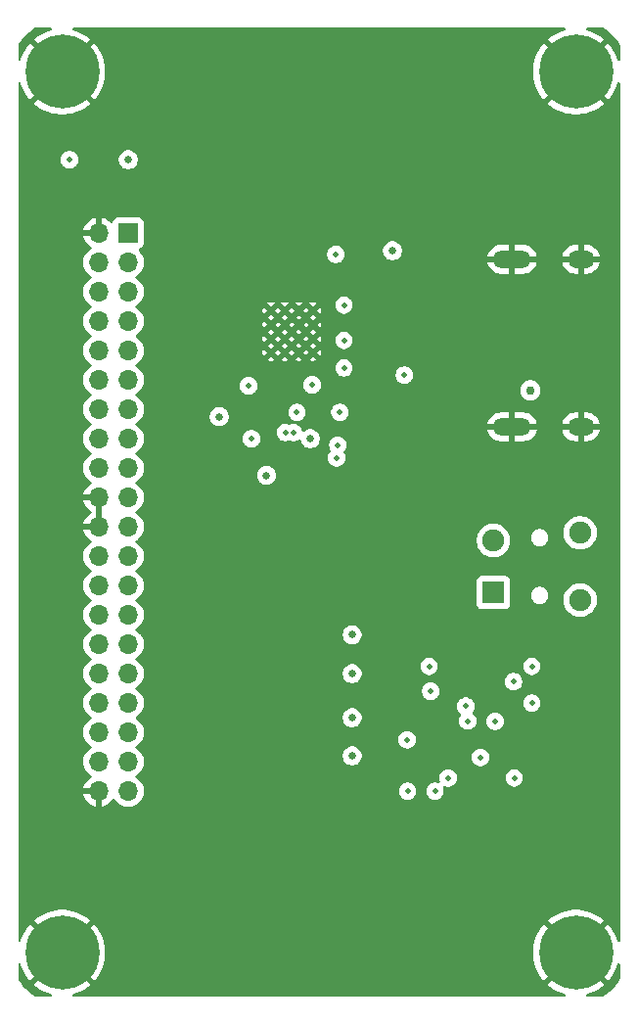
<source format=gbr>
%TF.GenerationSoftware,KiCad,Pcbnew,9.0.2+1*%
%TF.CreationDate,2025-07-26T23:59:43+01:00*%
%TF.ProjectId,ICE40HXDevBoardHDMI,49434534-3048-4584-9465-76426f617264,rev?*%
%TF.SameCoordinates,Original*%
%TF.FileFunction,Copper,L3,Inr*%
%TF.FilePolarity,Positive*%
%FSLAX46Y46*%
G04 Gerber Fmt 4.6, Leading zero omitted, Abs format (unit mm)*
G04 Created by KiCad (PCBNEW 9.0.2+1) date 2025-07-26 23:59:43*
%MOMM*%
%LPD*%
G01*
G04 APERTURE LIST*
%TA.AperFunction,ComponentPad*%
%ADD10R,1.900000X1.900000*%
%TD*%
%TA.AperFunction,ComponentPad*%
%ADD11C,1.900000*%
%TD*%
%TA.AperFunction,ComponentPad*%
%ADD12C,6.400000*%
%TD*%
%TA.AperFunction,ComponentPad*%
%ADD13R,1.700000X1.700000*%
%TD*%
%TA.AperFunction,ComponentPad*%
%ADD14O,1.700000X1.700000*%
%TD*%
%TA.AperFunction,ComponentPad*%
%ADD15O,3.300000X1.500000*%
%TD*%
%TA.AperFunction,ComponentPad*%
%ADD16O,2.300000X1.500000*%
%TD*%
%TA.AperFunction,HeatsinkPad*%
%ADD17C,0.500000*%
%TD*%
%TA.AperFunction,ViaPad*%
%ADD18C,0.635000*%
%TD*%
%TA.AperFunction,ViaPad*%
%ADD19C,0.508000*%
%TD*%
%TA.AperFunction,ViaPad*%
%ADD20C,0.762000*%
%TD*%
G04 APERTURE END LIST*
D10*
%TO.N,Net-(C26-Pad1)*%
%TO.C,J2*%
X119865000Y-114899000D03*
D11*
%TO.N,GNDA*%
X119865000Y-110399000D03*
%TO.N,Net-(C25-Pad1)*%
X127365000Y-115549000D03*
X127365000Y-109749000D03*
%TD*%
D12*
%TO.N,GND*%
%TO.C,H4*%
X127000000Y-146050000D03*
%TD*%
%TO.N,GND*%
%TO.C,H3*%
X82550000Y-146050000D03*
%TD*%
D13*
%TO.N,+5V*%
%TO.C,J1*%
X88265000Y-83820000D03*
D14*
%TO.N,GND*%
X85725000Y-83820000D03*
%TO.N,unconnected-(J1-Pin_3-Pad3)*%
X88265000Y-86360000D03*
%TO.N,unconnected-(J1-Pin_4-Pad4)*%
X85725000Y-86360000D03*
%TO.N,/RED5*%
X88265000Y-88900000D03*
%TO.N,/RED4*%
X85725000Y-88900000D03*
%TO.N,/RED3*%
X88265000Y-91440000D03*
%TO.N,/RED2*%
X85725000Y-91440000D03*
%TO.N,/RED1*%
X88265000Y-93980000D03*
%TO.N,/RED0*%
X85725000Y-93980000D03*
%TO.N,/GREEN0*%
X88265000Y-96520000D03*
%TO.N,/GREEN1*%
X85725000Y-96520000D03*
%TO.N,/GREEN2*%
X88265000Y-99060000D03*
%TO.N,/GREEN3*%
X85725000Y-99060000D03*
%TO.N,/GREEN4*%
X88265000Y-101600000D03*
%TO.N,/GREEN5*%
X85725000Y-101600000D03*
%TO.N,/BLUE5*%
X88265000Y-104140000D03*
%TO.N,/BLUE4*%
X85725000Y-104140000D03*
%TO.N,+3V3*%
X88265000Y-106680000D03*
%TO.N,GND*%
X85725000Y-106680000D03*
%TO.N,+3V3*%
X88265000Y-109220000D03*
%TO.N,GND*%
X85725000Y-109220000D03*
%TO.N,/HDMICLK*%
X88265000Y-111760000D03*
%TO.N,/BLUE3*%
X85725000Y-111760000D03*
%TO.N,/BLUE2*%
X88265000Y-114300000D03*
%TO.N,/BLUE1*%
X85725000Y-114300000D03*
%TO.N,/BLUE0*%
X88265000Y-116840000D03*
%TO.N,/MSEN*%
X85725000Y-116840000D03*
%TO.N,/HSYNC*%
X88265000Y-119380000D03*
%TO.N,/DE*%
X85725000Y-119380000D03*
%TO.N,/VSYNC*%
X88265000Y-121920000D03*
%TO.N,unconnected-(J1-Pin_32-Pad32)*%
X85725000Y-121920000D03*
%TO.N,/I2SBCK*%
X88265000Y-124460000D03*
%TO.N,unconnected-(J1-Pin_34-Pad34)*%
X85725000Y-124460000D03*
%TO.N,/I2SDIN*%
X88265000Y-127000000D03*
%TO.N,/I2CSCL*%
X85725000Y-127000000D03*
%TO.N,/I2SLRCK*%
X88265000Y-129540000D03*
%TO.N,/I2CSDA*%
X85725000Y-129540000D03*
%TO.N,+5V*%
X88265000Y-132080000D03*
%TO.N,GND*%
X85725000Y-132080000D03*
%TD*%
D15*
%TO.N,GND*%
%TO.C,J3*%
X121485000Y-86084000D03*
X121485000Y-100584000D03*
D16*
X127445000Y-86084000D03*
X127445000Y-100584000D03*
%TD*%
D17*
%TO.N,GND*%
%TO.C,U2*%
X100630000Y-94134000D03*
X101830000Y-94134000D03*
X103030000Y-94134000D03*
X104230000Y-94134000D03*
X100630000Y-92934000D03*
X101830000Y-92934000D03*
X103030000Y-92934000D03*
X104230000Y-92934000D03*
X100630000Y-91734000D03*
X101830000Y-91734000D03*
X103030000Y-91734000D03*
X104230000Y-91734000D03*
X100630000Y-90534000D03*
X101830000Y-90534000D03*
X103030000Y-90534000D03*
X104230000Y-90534000D03*
%TD*%
D12*
%TO.N,GND*%
%TO.C,H2*%
X127000000Y-69850000D03*
%TD*%
%TO.N,GND*%
%TO.C,H1*%
X82550000Y-69850000D03*
%TD*%
D18*
%TO.N,+3V3*%
X88265000Y-77470000D03*
X111125000Y-85344000D03*
X107645000Y-129032000D03*
X104013000Y-101600000D03*
X96139000Y-99695000D03*
X107645000Y-118567000D03*
X100226500Y-104775000D03*
X107645000Y-121920000D03*
X107645000Y-125730000D03*
%TO.N,GND*%
X117348000Y-134239000D03*
X111125000Y-88138000D03*
X123300000Y-93850000D03*
X110871000Y-100203000D03*
X103378000Y-100203000D03*
X123300000Y-90900000D03*
X118745000Y-135382000D03*
X112395000Y-88138000D03*
X112182000Y-90070000D03*
X101346000Y-84709000D03*
X106045000Y-83312000D03*
X85833000Y-77470000D03*
X110744000Y-96647000D03*
X123300000Y-89300000D03*
X110871000Y-102235000D03*
X118170000Y-96834000D03*
X111125000Y-86741000D03*
X100203000Y-101219000D03*
X123300000Y-92300000D03*
X101346000Y-83439000D03*
X112395000Y-86741000D03*
X105283000Y-83312000D03*
X112141000Y-93091000D03*
X120142000Y-134239000D03*
X96496500Y-104036500D03*
D19*
%TO.N,/HSYNC*%
X101854000Y-101060250D03*
%TO.N,/I2S/DVDD*%
X121607500Y-122613500D03*
%TO.N,/VSYNC*%
X102552503Y-101060250D03*
%TO.N,/I2S/AVDD*%
X112395000Y-127635000D03*
%TO.N,GNDA*%
X120015000Y-126044050D03*
X112435000Y-132080000D03*
X115951000Y-130937000D03*
X121666000Y-130937000D03*
X114300000Y-121285000D03*
X114808000Y-132080000D03*
X117475000Y-124740000D03*
X123190000Y-121285000D03*
X118745000Y-129159000D03*
%TO.N,/I2S/CPVDD*%
X114431000Y-123440000D03*
%TO.N,Net-(U5-VNEG)*%
X117638375Y-126020375D03*
%TO.N,/I2S/LDOO*%
X123190000Y-124460000D03*
%TO.N,Net-(D1-K)*%
X83185000Y-77470000D03*
D20*
%TO.N,+5V*%
X123063000Y-97409000D03*
D19*
%TO.N,/MSEN*%
X98933000Y-101600000D03*
%TO.N,/PVDD*%
X106934000Y-95480750D03*
%TO.N,Net-(U2-TFADJ)*%
X112150000Y-96100000D03*
%TO.N,/HPD*%
X102866935Y-99313999D03*
X106584750Y-99314000D03*
%TO.N,/I2CSDA*%
X106299000Y-103251000D03*
%TO.N,/DVDD*%
X104180000Y-96941000D03*
X98670870Y-97022070D03*
X106235500Y-85661500D03*
%TO.N,/TVDD*%
X106934000Y-90043000D03*
X106934000Y-93091000D03*
%TO.N,/I2CSCL*%
X106389070Y-102148918D03*
%TD*%
%TA.AperFunction,Conductor*%
%TO.N,GND*%
G36*
X78945203Y-146978447D02*
G01*
X78982661Y-147036165D01*
X79062086Y-147297997D01*
X79201207Y-147633864D01*
X79201209Y-147633869D01*
X79372570Y-147954462D01*
X79372581Y-147954480D01*
X79574551Y-148256750D01*
X79761678Y-148484765D01*
X79761679Y-148484766D01*
X81255747Y-146990697D01*
X81329588Y-147092330D01*
X81507670Y-147270412D01*
X81609301Y-147344251D01*
X80115232Y-148838319D01*
X80115233Y-148838320D01*
X80343249Y-149025448D01*
X80645519Y-149227418D01*
X80645537Y-149227429D01*
X80966130Y-149398790D01*
X80966135Y-149398792D01*
X81302002Y-149537913D01*
X81563834Y-149617339D01*
X81622273Y-149655637D01*
X81650729Y-149719449D01*
X81640169Y-149788516D01*
X81593945Y-149840910D01*
X81527839Y-149860000D01*
X80302596Y-149860000D01*
X80235973Y-149840581D01*
X80005289Y-149693619D01*
X79996448Y-149687428D01*
X79994626Y-149686030D01*
X79697422Y-149457978D01*
X79689135Y-149451024D01*
X79411255Y-149196393D01*
X79403606Y-149188744D01*
X79148975Y-148910864D01*
X79142021Y-148902577D01*
X79031718Y-148758827D01*
X78912564Y-148603542D01*
X78906383Y-148594715D01*
X78759418Y-148364026D01*
X78740000Y-148297404D01*
X78740000Y-147072160D01*
X78759685Y-147005121D01*
X78812489Y-146959366D01*
X78881647Y-146949422D01*
X78945203Y-146978447D01*
G37*
%TD.AperFunction*%
%TA.AperFunction,Conductor*%
G36*
X85975000Y-108786988D02*
G01*
X85917993Y-108754075D01*
X85790826Y-108720000D01*
X85659174Y-108720000D01*
X85532007Y-108754075D01*
X85475000Y-108786988D01*
X85475000Y-107113012D01*
X85532007Y-107145925D01*
X85659174Y-107180000D01*
X85790826Y-107180000D01*
X85917993Y-107145925D01*
X85975000Y-107113012D01*
X85975000Y-108786988D01*
G37*
%TD.AperFunction*%
%TA.AperFunction,Conductor*%
G36*
X126044878Y-66059685D02*
G01*
X126090633Y-66112489D01*
X126100577Y-66181647D01*
X126071552Y-66245203D01*
X126013834Y-66282661D01*
X125752002Y-66362086D01*
X125416135Y-66501207D01*
X125416130Y-66501209D01*
X125095537Y-66672570D01*
X125095519Y-66672581D01*
X124793258Y-66874545D01*
X124793254Y-66874548D01*
X124565233Y-67061679D01*
X124565233Y-67061680D01*
X126059301Y-68555748D01*
X125957670Y-68629588D01*
X125779588Y-68807670D01*
X125705748Y-68909301D01*
X124211680Y-67415233D01*
X124211679Y-67415233D01*
X124024548Y-67643254D01*
X124024545Y-67643258D01*
X123822581Y-67945519D01*
X123822570Y-67945537D01*
X123651209Y-68266130D01*
X123651207Y-68266135D01*
X123512086Y-68602002D01*
X123406553Y-68949898D01*
X123406550Y-68949909D01*
X123335632Y-69306443D01*
X123300000Y-69668234D01*
X123300000Y-70031765D01*
X123335632Y-70393556D01*
X123406550Y-70750090D01*
X123406553Y-70750101D01*
X123512086Y-71097997D01*
X123651207Y-71433864D01*
X123651209Y-71433869D01*
X123822570Y-71754462D01*
X123822581Y-71754480D01*
X124024551Y-72056750D01*
X124211678Y-72284765D01*
X124211679Y-72284766D01*
X125705747Y-70790697D01*
X125779588Y-70892330D01*
X125957670Y-71070412D01*
X126059301Y-71144251D01*
X124565232Y-72638319D01*
X124565233Y-72638320D01*
X124793249Y-72825448D01*
X125095519Y-73027418D01*
X125095537Y-73027429D01*
X125416130Y-73198790D01*
X125416135Y-73198792D01*
X125752002Y-73337913D01*
X126099898Y-73443446D01*
X126099909Y-73443449D01*
X126456443Y-73514367D01*
X126818234Y-73550000D01*
X127181766Y-73550000D01*
X127543556Y-73514367D01*
X127900090Y-73443449D01*
X127900101Y-73443446D01*
X128247997Y-73337913D01*
X128583864Y-73198792D01*
X128583869Y-73198790D01*
X128904462Y-73027429D01*
X128904480Y-73027418D01*
X129206736Y-72825457D01*
X129206750Y-72825447D01*
X129434765Y-72638320D01*
X129434766Y-72638319D01*
X127940698Y-71144251D01*
X128042330Y-71070412D01*
X128220412Y-70892330D01*
X128294251Y-70790698D01*
X129788319Y-72284766D01*
X129788320Y-72284765D01*
X129975447Y-72056750D01*
X129975457Y-72056736D01*
X130177418Y-71754480D01*
X130177429Y-71754462D01*
X130348790Y-71433869D01*
X130348792Y-71433864D01*
X130487913Y-71097997D01*
X130567339Y-70836165D01*
X130605637Y-70777726D01*
X130669449Y-70749270D01*
X130738516Y-70759830D01*
X130790910Y-70806054D01*
X130810000Y-70872160D01*
X130810000Y-145027839D01*
X130790315Y-145094878D01*
X130737511Y-145140633D01*
X130668353Y-145150577D01*
X130604797Y-145121552D01*
X130567339Y-145063834D01*
X130487913Y-144802002D01*
X130348792Y-144466135D01*
X130348790Y-144466130D01*
X130177429Y-144145537D01*
X130177418Y-144145519D01*
X129975448Y-143843249D01*
X129788320Y-143615233D01*
X129788319Y-143615232D01*
X128294251Y-145109300D01*
X128220412Y-145007670D01*
X128042330Y-144829588D01*
X127940698Y-144755748D01*
X129434766Y-143261679D01*
X129434765Y-143261678D01*
X129206750Y-143074551D01*
X128904480Y-142872581D01*
X128904462Y-142872570D01*
X128583869Y-142701209D01*
X128583864Y-142701207D01*
X128247997Y-142562086D01*
X127900101Y-142456553D01*
X127900090Y-142456550D01*
X127543556Y-142385632D01*
X127181766Y-142350000D01*
X126818234Y-142350000D01*
X126456443Y-142385632D01*
X126099909Y-142456550D01*
X126099898Y-142456553D01*
X125752002Y-142562086D01*
X125416135Y-142701207D01*
X125416130Y-142701209D01*
X125095537Y-142872570D01*
X125095519Y-142872581D01*
X124793258Y-143074545D01*
X124793254Y-143074548D01*
X124565233Y-143261679D01*
X124565233Y-143261680D01*
X126059301Y-144755748D01*
X125957670Y-144829588D01*
X125779588Y-145007670D01*
X125705748Y-145109301D01*
X124211680Y-143615233D01*
X124211679Y-143615233D01*
X124024548Y-143843254D01*
X124024545Y-143843258D01*
X123822581Y-144145519D01*
X123822570Y-144145537D01*
X123651209Y-144466130D01*
X123651207Y-144466135D01*
X123512086Y-144802002D01*
X123406553Y-145149898D01*
X123406550Y-145149909D01*
X123335632Y-145506443D01*
X123300000Y-145868234D01*
X123300000Y-146231765D01*
X123335632Y-146593556D01*
X123406550Y-146950090D01*
X123406553Y-146950101D01*
X123512086Y-147297997D01*
X123651207Y-147633864D01*
X123651209Y-147633869D01*
X123822570Y-147954462D01*
X123822581Y-147954480D01*
X124024551Y-148256750D01*
X124211678Y-148484765D01*
X124211679Y-148484766D01*
X125705747Y-146990697D01*
X125779588Y-147092330D01*
X125957670Y-147270412D01*
X126059301Y-147344251D01*
X124565232Y-148838319D01*
X124565233Y-148838320D01*
X124793249Y-149025448D01*
X125095519Y-149227418D01*
X125095537Y-149227429D01*
X125416130Y-149398790D01*
X125416135Y-149398792D01*
X125752002Y-149537913D01*
X126013834Y-149617339D01*
X126072273Y-149655637D01*
X126100729Y-149719449D01*
X126090169Y-149788516D01*
X126043945Y-149840910D01*
X125977839Y-149860000D01*
X83572161Y-149860000D01*
X83505122Y-149840315D01*
X83459367Y-149787511D01*
X83449423Y-149718353D01*
X83478448Y-149654797D01*
X83536166Y-149617339D01*
X83797997Y-149537913D01*
X84133864Y-149398792D01*
X84133869Y-149398790D01*
X84454462Y-149227429D01*
X84454480Y-149227418D01*
X84756736Y-149025457D01*
X84756750Y-149025447D01*
X84984765Y-148838320D01*
X84984766Y-148838319D01*
X83490698Y-147344251D01*
X83592330Y-147270412D01*
X83770412Y-147092330D01*
X83844251Y-146990698D01*
X85338319Y-148484766D01*
X85338320Y-148484765D01*
X85525447Y-148256750D01*
X85525457Y-148256736D01*
X85727418Y-147954480D01*
X85727429Y-147954462D01*
X85898790Y-147633869D01*
X85898792Y-147633864D01*
X86037913Y-147297997D01*
X86143446Y-146950101D01*
X86143449Y-146950090D01*
X86214367Y-146593556D01*
X86250000Y-146231765D01*
X86250000Y-145868234D01*
X86214367Y-145506443D01*
X86143449Y-145149909D01*
X86143446Y-145149898D01*
X86037913Y-144802002D01*
X85898792Y-144466135D01*
X85898790Y-144466130D01*
X85727429Y-144145537D01*
X85727418Y-144145519D01*
X85525448Y-143843249D01*
X85338320Y-143615233D01*
X85338319Y-143615232D01*
X83844251Y-145109300D01*
X83770412Y-145007670D01*
X83592330Y-144829588D01*
X83490698Y-144755748D01*
X84984766Y-143261679D01*
X84984765Y-143261678D01*
X84756750Y-143074551D01*
X84454480Y-142872581D01*
X84454462Y-142872570D01*
X84133869Y-142701209D01*
X84133864Y-142701207D01*
X83797997Y-142562086D01*
X83450101Y-142456553D01*
X83450090Y-142456550D01*
X83093556Y-142385632D01*
X82731766Y-142350000D01*
X82368234Y-142350000D01*
X82006443Y-142385632D01*
X81649909Y-142456550D01*
X81649898Y-142456553D01*
X81302002Y-142562086D01*
X80966135Y-142701207D01*
X80966130Y-142701209D01*
X80645537Y-142872570D01*
X80645519Y-142872581D01*
X80343258Y-143074545D01*
X80343254Y-143074548D01*
X80115233Y-143261679D01*
X80115233Y-143261680D01*
X81609301Y-144755748D01*
X81507670Y-144829588D01*
X81329588Y-145007670D01*
X81255748Y-145109301D01*
X79761680Y-143615233D01*
X79761679Y-143615233D01*
X79574548Y-143843254D01*
X79574545Y-143843258D01*
X79372581Y-144145519D01*
X79372570Y-144145537D01*
X79201209Y-144466130D01*
X79201207Y-144466135D01*
X79062086Y-144802002D01*
X78982661Y-145063834D01*
X78944363Y-145122273D01*
X78880551Y-145150729D01*
X78811484Y-145140169D01*
X78759090Y-145093945D01*
X78740000Y-145027839D01*
X78740000Y-86253713D01*
X84374500Y-86253713D01*
X84374500Y-86466286D01*
X84407753Y-86676239D01*
X84473444Y-86878414D01*
X84569951Y-87067820D01*
X84694890Y-87239786D01*
X84845213Y-87390109D01*
X85017182Y-87515050D01*
X85025946Y-87519516D01*
X85076742Y-87567491D01*
X85093536Y-87635312D01*
X85070998Y-87701447D01*
X85025946Y-87740484D01*
X85017182Y-87744949D01*
X84845213Y-87869890D01*
X84694890Y-88020213D01*
X84569951Y-88192179D01*
X84473444Y-88381585D01*
X84407753Y-88583760D01*
X84374500Y-88793713D01*
X84374500Y-89006287D01*
X84407754Y-89216243D01*
X84440652Y-89317493D01*
X84473444Y-89418414D01*
X84569951Y-89607820D01*
X84694890Y-89779786D01*
X84845213Y-89930109D01*
X85017182Y-90055050D01*
X85025946Y-90059516D01*
X85076742Y-90107491D01*
X85093536Y-90175312D01*
X85070998Y-90241447D01*
X85025946Y-90280484D01*
X85017182Y-90284949D01*
X84845213Y-90409890D01*
X84694890Y-90560213D01*
X84569951Y-90732179D01*
X84473444Y-90921585D01*
X84407753Y-91123760D01*
X84374500Y-91333713D01*
X84374500Y-91546286D01*
X84401080Y-91714109D01*
X84407754Y-91756243D01*
X84471611Y-91952775D01*
X84473444Y-91958414D01*
X84569951Y-92147820D01*
X84694890Y-92319786D01*
X84845213Y-92470109D01*
X85017182Y-92595050D01*
X85025946Y-92599516D01*
X85076742Y-92647491D01*
X85093536Y-92715312D01*
X85070998Y-92781447D01*
X85025946Y-92820484D01*
X85017182Y-92824949D01*
X84845213Y-92949890D01*
X84694890Y-93100213D01*
X84569951Y-93272179D01*
X84473444Y-93461585D01*
X84407753Y-93663760D01*
X84374500Y-93873713D01*
X84374500Y-94086286D01*
X84397895Y-94234000D01*
X84407754Y-94296243D01*
X84435113Y-94380446D01*
X84473444Y-94498414D01*
X84569951Y-94687820D01*
X84694890Y-94859786D01*
X84845213Y-95010109D01*
X85017182Y-95135050D01*
X85025946Y-95139516D01*
X85076742Y-95187491D01*
X85093536Y-95255312D01*
X85070998Y-95321447D01*
X85025946Y-95360484D01*
X85017182Y-95364949D01*
X84845213Y-95489890D01*
X84694890Y-95640213D01*
X84569951Y-95812179D01*
X84473444Y-96001585D01*
X84407753Y-96203760D01*
X84374500Y-96413713D01*
X84374500Y-96626286D01*
X84407753Y-96836239D01*
X84407753Y-96836241D01*
X84407754Y-96836243D01*
X84465937Y-97015312D01*
X84473444Y-97038414D01*
X84569951Y-97227820D01*
X84694890Y-97399786D01*
X84845213Y-97550109D01*
X85017182Y-97675050D01*
X85025946Y-97679516D01*
X85076742Y-97727491D01*
X85093536Y-97795312D01*
X85070998Y-97861447D01*
X85025946Y-97900484D01*
X85017182Y-97904949D01*
X84845213Y-98029890D01*
X84694890Y-98180213D01*
X84569951Y-98352179D01*
X84473444Y-98541585D01*
X84407753Y-98743760D01*
X84374500Y-98953713D01*
X84374500Y-99166286D01*
X84386125Y-99239687D01*
X84407754Y-99376243D01*
X84459038Y-99534079D01*
X84473444Y-99578414D01*
X84569951Y-99767820D01*
X84694890Y-99939786D01*
X84845213Y-100090109D01*
X85017182Y-100215050D01*
X85025946Y-100219516D01*
X85076742Y-100267491D01*
X85093536Y-100335312D01*
X85070998Y-100401447D01*
X85025946Y-100440484D01*
X85017182Y-100444949D01*
X84845213Y-100569890D01*
X84694890Y-100720213D01*
X84569951Y-100892179D01*
X84473444Y-101081585D01*
X84407753Y-101283760D01*
X84374500Y-101493713D01*
X84374500Y-101706286D01*
X84395455Y-101838594D01*
X84407754Y-101916243D01*
X84461275Y-102080964D01*
X84473444Y-102118414D01*
X84569951Y-102307820D01*
X84694890Y-102479786D01*
X84845213Y-102630109D01*
X85017182Y-102755050D01*
X85025946Y-102759516D01*
X85076742Y-102807491D01*
X85093536Y-102875312D01*
X85070998Y-102941447D01*
X85025946Y-102980484D01*
X85017182Y-102984949D01*
X84845213Y-103109890D01*
X84694890Y-103260213D01*
X84569951Y-103432179D01*
X84473444Y-103621585D01*
X84407753Y-103823760D01*
X84374500Y-104033713D01*
X84374500Y-104246287D01*
X84407754Y-104456243D01*
X84433800Y-104536405D01*
X84473444Y-104658414D01*
X84569951Y-104847820D01*
X84694890Y-105019786D01*
X84845213Y-105170109D01*
X85017179Y-105295048D01*
X85017181Y-105295049D01*
X85017184Y-105295051D01*
X85026493Y-105299794D01*
X85077290Y-105347766D01*
X85094087Y-105415587D01*
X85071552Y-105481722D01*
X85026502Y-105520762D01*
X85017443Y-105525378D01*
X84845540Y-105650272D01*
X84845535Y-105650276D01*
X84695276Y-105800535D01*
X84695272Y-105800540D01*
X84570379Y-105972442D01*
X84473904Y-106161782D01*
X84408242Y-106363870D01*
X84408242Y-106363873D01*
X84397769Y-106430000D01*
X85291988Y-106430000D01*
X85259075Y-106487007D01*
X85225000Y-106614174D01*
X85225000Y-106745826D01*
X85259075Y-106872993D01*
X85291988Y-106930000D01*
X84397769Y-106930000D01*
X84408242Y-106996126D01*
X84408242Y-106996129D01*
X84473904Y-107198217D01*
X84570379Y-107387557D01*
X84695272Y-107559459D01*
X84695276Y-107559464D01*
X84845535Y-107709723D01*
X84845540Y-107709727D01*
X85017444Y-107834622D01*
X85027048Y-107839516D01*
X85077844Y-107887491D01*
X85094638Y-107955312D01*
X85072100Y-108021447D01*
X85027048Y-108060484D01*
X85017444Y-108065377D01*
X84845540Y-108190272D01*
X84845535Y-108190276D01*
X84695276Y-108340535D01*
X84695272Y-108340540D01*
X84570379Y-108512442D01*
X84473904Y-108701782D01*
X84408242Y-108903870D01*
X84408242Y-108903873D01*
X84397769Y-108970000D01*
X85291988Y-108970000D01*
X85259075Y-109027007D01*
X85225000Y-109154174D01*
X85225000Y-109285826D01*
X85259075Y-109412993D01*
X85291988Y-109470000D01*
X84397769Y-109470000D01*
X84408242Y-109536126D01*
X84408242Y-109536129D01*
X84473904Y-109738217D01*
X84570379Y-109927557D01*
X84695272Y-110099459D01*
X84695276Y-110099464D01*
X84845535Y-110249723D01*
X84845540Y-110249727D01*
X85017444Y-110374622D01*
X85026495Y-110379234D01*
X85077292Y-110427208D01*
X85094087Y-110495029D01*
X85071550Y-110561164D01*
X85026499Y-110600202D01*
X85017182Y-110604949D01*
X84845213Y-110729890D01*
X84694890Y-110880213D01*
X84569951Y-111052179D01*
X84473444Y-111241585D01*
X84407753Y-111443760D01*
X84374500Y-111653713D01*
X84374500Y-111866286D01*
X84407753Y-112076239D01*
X84473444Y-112278414D01*
X84569951Y-112467820D01*
X84694890Y-112639786D01*
X84845213Y-112790109D01*
X85017182Y-112915050D01*
X85025946Y-112919516D01*
X85076742Y-112967491D01*
X85093536Y-113035312D01*
X85070998Y-113101447D01*
X85025946Y-113140484D01*
X85017182Y-113144949D01*
X84845213Y-113269890D01*
X84694890Y-113420213D01*
X84569951Y-113592179D01*
X84473444Y-113781585D01*
X84407753Y-113983760D01*
X84383923Y-114134216D01*
X84374500Y-114193713D01*
X84374500Y-114406287D01*
X84377835Y-114427342D01*
X84405824Y-114604061D01*
X84407754Y-114616243D01*
X84465350Y-114793505D01*
X84473444Y-114818414D01*
X84569951Y-115007820D01*
X84694890Y-115179786D01*
X84845213Y-115330109D01*
X85017182Y-115455050D01*
X85025946Y-115459516D01*
X85076742Y-115507491D01*
X85093536Y-115575312D01*
X85070998Y-115641447D01*
X85025946Y-115680484D01*
X85017182Y-115684949D01*
X84845213Y-115809890D01*
X84694890Y-115960213D01*
X84569951Y-116132179D01*
X84473444Y-116321585D01*
X84407753Y-116523760D01*
X84374500Y-116733713D01*
X84374500Y-116946286D01*
X84407753Y-117156239D01*
X84473444Y-117358414D01*
X84569951Y-117547820D01*
X84694890Y-117719786D01*
X84845213Y-117870109D01*
X85017182Y-117995050D01*
X85025946Y-117999516D01*
X85076742Y-118047491D01*
X85093536Y-118115312D01*
X85070998Y-118181447D01*
X85025946Y-118220484D01*
X85017182Y-118224949D01*
X84845213Y-118349890D01*
X84694890Y-118500213D01*
X84569951Y-118672179D01*
X84473444Y-118861585D01*
X84407753Y-119063760D01*
X84374500Y-119273713D01*
X84374500Y-119486286D01*
X84407753Y-119696239D01*
X84473444Y-119898414D01*
X84569951Y-120087820D01*
X84694890Y-120259786D01*
X84845213Y-120410109D01*
X85017182Y-120535050D01*
X85025946Y-120539516D01*
X85076742Y-120587491D01*
X85093536Y-120655312D01*
X85070998Y-120721447D01*
X85025946Y-120760484D01*
X85017182Y-120764949D01*
X84845213Y-120889890D01*
X84694890Y-121040213D01*
X84569951Y-121212179D01*
X84473444Y-121401585D01*
X84407753Y-121603760D01*
X84382063Y-121765964D01*
X84374500Y-121813713D01*
X84374500Y-122026287D01*
X84376593Y-122039499D01*
X84395455Y-122158594D01*
X84407754Y-122236243D01*
X84458826Y-122393427D01*
X84473444Y-122438414D01*
X84569951Y-122627820D01*
X84694890Y-122799786D01*
X84845213Y-122950109D01*
X85017182Y-123075050D01*
X85025946Y-123079516D01*
X85076742Y-123127491D01*
X85093536Y-123195312D01*
X85070998Y-123261447D01*
X85025946Y-123300484D01*
X85017182Y-123304949D01*
X84845213Y-123429890D01*
X84694890Y-123580213D01*
X84569951Y-123752179D01*
X84473444Y-123941585D01*
X84407753Y-124143760D01*
X84374500Y-124353713D01*
X84374500Y-124566286D01*
X84390243Y-124665687D01*
X84407754Y-124776243D01*
X84462078Y-124943435D01*
X84473444Y-124978414D01*
X84569951Y-125167820D01*
X84694890Y-125339786D01*
X84845213Y-125490109D01*
X85017182Y-125615050D01*
X85025946Y-125619516D01*
X85076742Y-125667491D01*
X85093536Y-125735312D01*
X85070998Y-125801447D01*
X85025946Y-125840484D01*
X85017182Y-125844949D01*
X84845213Y-125969890D01*
X84694890Y-126120213D01*
X84569951Y-126292179D01*
X84473444Y-126481585D01*
X84473443Y-126481587D01*
X84473443Y-126481588D01*
X84467025Y-126501341D01*
X84407753Y-126683760D01*
X84389572Y-126798550D01*
X84374500Y-126893713D01*
X84374500Y-127106287D01*
X84407754Y-127316243D01*
X84439816Y-127414920D01*
X84473444Y-127518414D01*
X84569951Y-127707820D01*
X84694890Y-127879786D01*
X84845213Y-128030109D01*
X85017182Y-128155050D01*
X85025946Y-128159516D01*
X85076742Y-128207491D01*
X85093536Y-128275312D01*
X85070998Y-128341447D01*
X85025946Y-128380484D01*
X85017182Y-128384949D01*
X84845213Y-128509890D01*
X84694890Y-128660213D01*
X84569951Y-128832179D01*
X84473444Y-129021585D01*
X84407753Y-129223760D01*
X84374500Y-129433713D01*
X84374500Y-129646286D01*
X84401786Y-129818566D01*
X84407754Y-129856243D01*
X84416937Y-129884506D01*
X84473444Y-130058414D01*
X84569951Y-130247820D01*
X84694890Y-130419786D01*
X84845213Y-130570109D01*
X85017179Y-130695048D01*
X85017181Y-130695049D01*
X85017184Y-130695051D01*
X85026493Y-130699794D01*
X85077290Y-130747766D01*
X85094087Y-130815587D01*
X85071552Y-130881722D01*
X85026502Y-130920762D01*
X85017443Y-130925378D01*
X84845540Y-131050272D01*
X84845535Y-131050276D01*
X84695276Y-131200535D01*
X84695272Y-131200540D01*
X84570379Y-131372442D01*
X84473904Y-131561782D01*
X84408242Y-131763870D01*
X84408242Y-131763873D01*
X84397769Y-131830000D01*
X85291988Y-131830000D01*
X85259075Y-131887007D01*
X85225000Y-132014174D01*
X85225000Y-132145826D01*
X85259075Y-132272993D01*
X85291988Y-132330000D01*
X84397769Y-132330000D01*
X84408242Y-132396126D01*
X84408242Y-132396129D01*
X84473904Y-132598217D01*
X84570379Y-132787557D01*
X84695272Y-132959459D01*
X84695276Y-132959464D01*
X84845535Y-133109723D01*
X84845540Y-133109727D01*
X85017442Y-133234620D01*
X85206782Y-133331095D01*
X85408871Y-133396757D01*
X85475000Y-133407231D01*
X85475000Y-132513012D01*
X85532007Y-132545925D01*
X85659174Y-132580000D01*
X85790826Y-132580000D01*
X85917993Y-132545925D01*
X85975000Y-132513012D01*
X85975000Y-133407230D01*
X86041126Y-133396757D01*
X86041129Y-133396757D01*
X86243217Y-133331095D01*
X86432557Y-133234620D01*
X86604459Y-133109727D01*
X86604464Y-133109723D01*
X86754723Y-132959464D01*
X86754727Y-132959459D01*
X86879620Y-132787558D01*
X86884232Y-132778507D01*
X86932205Y-132727709D01*
X87000025Y-132710912D01*
X87066161Y-132733447D01*
X87105204Y-132778504D01*
X87109949Y-132787817D01*
X87234890Y-132959786D01*
X87385213Y-133110109D01*
X87557179Y-133235048D01*
X87557181Y-133235049D01*
X87557184Y-133235051D01*
X87746588Y-133331557D01*
X87948757Y-133397246D01*
X88158713Y-133430500D01*
X88158714Y-133430500D01*
X88371286Y-133430500D01*
X88371287Y-133430500D01*
X88581243Y-133397246D01*
X88783412Y-133331557D01*
X88972816Y-133235051D01*
X88994789Y-133219086D01*
X89144786Y-133110109D01*
X89144788Y-133110106D01*
X89144792Y-133110104D01*
X89295104Y-132959792D01*
X89295106Y-132959788D01*
X89295109Y-132959786D01*
X89420048Y-132787820D01*
X89420050Y-132787817D01*
X89420051Y-132787816D01*
X89516557Y-132598412D01*
X89582246Y-132396243D01*
X89615500Y-132186287D01*
X89615500Y-132005683D01*
X111680500Y-132005683D01*
X111680500Y-132154316D01*
X111709493Y-132300072D01*
X111709495Y-132300080D01*
X111766371Y-132437391D01*
X111848939Y-132560964D01*
X111848945Y-132560971D01*
X111954028Y-132666054D01*
X111954035Y-132666060D01*
X112077608Y-132748628D01*
X112077609Y-132748628D01*
X112077610Y-132748629D01*
X112214920Y-132805505D01*
X112360683Y-132834499D01*
X112360687Y-132834500D01*
X112360688Y-132834500D01*
X112509313Y-132834500D01*
X112509314Y-132834499D01*
X112655080Y-132805505D01*
X112792390Y-132748629D01*
X112915966Y-132666059D01*
X113021059Y-132560966D01*
X113103629Y-132437390D01*
X113160505Y-132300080D01*
X113189500Y-132154312D01*
X113189500Y-132005688D01*
X113189499Y-132005683D01*
X114053500Y-132005683D01*
X114053500Y-132154316D01*
X114082493Y-132300072D01*
X114082495Y-132300080D01*
X114139371Y-132437391D01*
X114221939Y-132560964D01*
X114221945Y-132560971D01*
X114327028Y-132666054D01*
X114327035Y-132666060D01*
X114450608Y-132748628D01*
X114450609Y-132748628D01*
X114450610Y-132748629D01*
X114587920Y-132805505D01*
X114733683Y-132834499D01*
X114733687Y-132834500D01*
X114733688Y-132834500D01*
X114882313Y-132834500D01*
X114882314Y-132834499D01*
X115028080Y-132805505D01*
X115165390Y-132748629D01*
X115288966Y-132666059D01*
X115394059Y-132560966D01*
X115476629Y-132437390D01*
X115533505Y-132300080D01*
X115562500Y-132154312D01*
X115562500Y-132005688D01*
X115533505Y-131859920D01*
X115508471Y-131799485D01*
X115501003Y-131730017D01*
X115532278Y-131667537D01*
X115592367Y-131631885D01*
X115662192Y-131634378D01*
X115670479Y-131637469D01*
X115730920Y-131662505D01*
X115876683Y-131691499D01*
X115876687Y-131691500D01*
X115876688Y-131691500D01*
X116025313Y-131691500D01*
X116025314Y-131691499D01*
X116171080Y-131662505D01*
X116308390Y-131605629D01*
X116431966Y-131523059D01*
X116537059Y-131417966D01*
X116619629Y-131294390D01*
X116676505Y-131157080D01*
X116705500Y-131011312D01*
X116705500Y-130862688D01*
X116705499Y-130862683D01*
X120911500Y-130862683D01*
X120911500Y-131011316D01*
X120940493Y-131157072D01*
X120940495Y-131157080D01*
X120997371Y-131294391D01*
X121079939Y-131417964D01*
X121079945Y-131417971D01*
X121185028Y-131523054D01*
X121185035Y-131523060D01*
X121308608Y-131605628D01*
X121308609Y-131605628D01*
X121308610Y-131605629D01*
X121445920Y-131662505D01*
X121591683Y-131691499D01*
X121591687Y-131691500D01*
X121591688Y-131691500D01*
X121740313Y-131691500D01*
X121740314Y-131691499D01*
X121886080Y-131662505D01*
X122023390Y-131605629D01*
X122146966Y-131523059D01*
X122252059Y-131417966D01*
X122334629Y-131294390D01*
X122391505Y-131157080D01*
X122420500Y-131011312D01*
X122420500Y-130862688D01*
X122391505Y-130716920D01*
X122334629Y-130579610D01*
X122328277Y-130570104D01*
X122252060Y-130456035D01*
X122252054Y-130456028D01*
X122146971Y-130350945D01*
X122146964Y-130350939D01*
X122023391Y-130268371D01*
X121886080Y-130211495D01*
X121886072Y-130211493D01*
X121740316Y-130182500D01*
X121740312Y-130182500D01*
X121591688Y-130182500D01*
X121591683Y-130182500D01*
X121445927Y-130211493D01*
X121445919Y-130211495D01*
X121308608Y-130268371D01*
X121185035Y-130350939D01*
X121185028Y-130350945D01*
X121079945Y-130456028D01*
X121079939Y-130456035D01*
X120997371Y-130579608D01*
X120940495Y-130716919D01*
X120940493Y-130716927D01*
X120911500Y-130862683D01*
X116705499Y-130862683D01*
X116676505Y-130716920D01*
X116619629Y-130579610D01*
X116613277Y-130570104D01*
X116537060Y-130456035D01*
X116537054Y-130456028D01*
X116431971Y-130350945D01*
X116431964Y-130350939D01*
X116308391Y-130268371D01*
X116171080Y-130211495D01*
X116171072Y-130211493D01*
X116025316Y-130182500D01*
X116025312Y-130182500D01*
X115876688Y-130182500D01*
X115876683Y-130182500D01*
X115730927Y-130211493D01*
X115730919Y-130211495D01*
X115593608Y-130268371D01*
X115470035Y-130350939D01*
X115470028Y-130350945D01*
X115364945Y-130456028D01*
X115364939Y-130456035D01*
X115282371Y-130579608D01*
X115225495Y-130716919D01*
X115225493Y-130716927D01*
X115196500Y-130862683D01*
X115196500Y-131011316D01*
X115225493Y-131157072D01*
X115225496Y-131157084D01*
X115250527Y-131217514D01*
X115257996Y-131286983D01*
X115226721Y-131349462D01*
X115166631Y-131385114D01*
X115096806Y-131382620D01*
X115088514Y-131379527D01*
X115028084Y-131354496D01*
X115028072Y-131354493D01*
X114882316Y-131325500D01*
X114882312Y-131325500D01*
X114733688Y-131325500D01*
X114733683Y-131325500D01*
X114587927Y-131354493D01*
X114587919Y-131354495D01*
X114450608Y-131411371D01*
X114327035Y-131493939D01*
X114327028Y-131493945D01*
X114221945Y-131599028D01*
X114221939Y-131599035D01*
X114139371Y-131722608D01*
X114082495Y-131859919D01*
X114082493Y-131859927D01*
X114053500Y-132005683D01*
X113189499Y-132005683D01*
X113160505Y-131859920D01*
X113103629Y-131722610D01*
X113082842Y-131691500D01*
X113021060Y-131599035D01*
X113021054Y-131599028D01*
X112915971Y-131493945D01*
X112915964Y-131493939D01*
X112792391Y-131411371D01*
X112655080Y-131354495D01*
X112655072Y-131354493D01*
X112509316Y-131325500D01*
X112509312Y-131325500D01*
X112360688Y-131325500D01*
X112360683Y-131325500D01*
X112214927Y-131354493D01*
X112214919Y-131354495D01*
X112077608Y-131411371D01*
X111954035Y-131493939D01*
X111954028Y-131493945D01*
X111848945Y-131599028D01*
X111848939Y-131599035D01*
X111766371Y-131722608D01*
X111709495Y-131859919D01*
X111709493Y-131859927D01*
X111680500Y-132005683D01*
X89615500Y-132005683D01*
X89615500Y-131973713D01*
X89582246Y-131763757D01*
X89516557Y-131561588D01*
X89420051Y-131372184D01*
X89420049Y-131372181D01*
X89420048Y-131372179D01*
X89295109Y-131200213D01*
X89144786Y-131049890D01*
X88972820Y-130924951D01*
X88964600Y-130920763D01*
X88964054Y-130920485D01*
X88913259Y-130872512D01*
X88896463Y-130804692D01*
X88918999Y-130738556D01*
X88964054Y-130699515D01*
X88972816Y-130695051D01*
X88994789Y-130679086D01*
X89144786Y-130570109D01*
X89144788Y-130570106D01*
X89144792Y-130570104D01*
X89295104Y-130419792D01*
X89295106Y-130419788D01*
X89295109Y-130419786D01*
X89420048Y-130247820D01*
X89420047Y-130247820D01*
X89420051Y-130247816D01*
X89516557Y-130058412D01*
X89582246Y-129856243D01*
X89615500Y-129646287D01*
X89615500Y-129433713D01*
X89582246Y-129223757D01*
X89516557Y-129021588D01*
X89516555Y-129021584D01*
X89506391Y-129001635D01*
X89480809Y-128951429D01*
X106827000Y-128951429D01*
X106827000Y-129112570D01*
X106858433Y-129270594D01*
X106858435Y-129270602D01*
X106920096Y-129419466D01*
X107009619Y-129553447D01*
X107123552Y-129667380D01*
X107257533Y-129756903D01*
X107331965Y-129787733D01*
X107406398Y-129818565D01*
X107564429Y-129849999D01*
X107564433Y-129850000D01*
X107564434Y-129850000D01*
X107725567Y-129850000D01*
X107725568Y-129849999D01*
X107883602Y-129818565D01*
X108032468Y-129756902D01*
X108166445Y-129667382D01*
X108280382Y-129553445D01*
X108369902Y-129419468D01*
X108431565Y-129270602D01*
X108463000Y-129112566D01*
X108463000Y-129084683D01*
X117990500Y-129084683D01*
X117990500Y-129233316D01*
X118019493Y-129379072D01*
X118019495Y-129379080D01*
X118076371Y-129516391D01*
X118158939Y-129639964D01*
X118158945Y-129639971D01*
X118264028Y-129745054D01*
X118264035Y-129745060D01*
X118387608Y-129827628D01*
X118387609Y-129827628D01*
X118387610Y-129827629D01*
X118524920Y-129884505D01*
X118670683Y-129913499D01*
X118670687Y-129913500D01*
X118670688Y-129913500D01*
X118819313Y-129913500D01*
X118819314Y-129913499D01*
X118965080Y-129884505D01*
X119102390Y-129827629D01*
X119225966Y-129745059D01*
X119331059Y-129639966D01*
X119413629Y-129516390D01*
X119470505Y-129379080D01*
X119499500Y-129233312D01*
X119499500Y-129084688D01*
X119470505Y-128938920D01*
X119413629Y-128801610D01*
X119408141Y-128793397D01*
X119331060Y-128678035D01*
X119331054Y-128678028D01*
X119225971Y-128572945D01*
X119225964Y-128572939D01*
X119102391Y-128490371D01*
X118965080Y-128433495D01*
X118965072Y-128433493D01*
X118819316Y-128404500D01*
X118819312Y-128404500D01*
X118670688Y-128404500D01*
X118670683Y-128404500D01*
X118524927Y-128433493D01*
X118524919Y-128433495D01*
X118387608Y-128490371D01*
X118264035Y-128572939D01*
X118264028Y-128572945D01*
X118158945Y-128678028D01*
X118158939Y-128678035D01*
X118076371Y-128801608D01*
X118019495Y-128938919D01*
X118019493Y-128938927D01*
X117990500Y-129084683D01*
X108463000Y-129084683D01*
X108463000Y-128951434D01*
X108431565Y-128793398D01*
X108383777Y-128678028D01*
X108369903Y-128644533D01*
X108280380Y-128510552D01*
X108166447Y-128396619D01*
X108032466Y-128307096D01*
X107883602Y-128245435D01*
X107883594Y-128245433D01*
X107725570Y-128214000D01*
X107725566Y-128214000D01*
X107564434Y-128214000D01*
X107564429Y-128214000D01*
X107406405Y-128245433D01*
X107406397Y-128245435D01*
X107257533Y-128307096D01*
X107123552Y-128396619D01*
X107009619Y-128510552D01*
X106920096Y-128644533D01*
X106858435Y-128793397D01*
X106858433Y-128793405D01*
X106827000Y-128951429D01*
X89480809Y-128951429D01*
X89450397Y-128891742D01*
X89420051Y-128832184D01*
X89397838Y-128801610D01*
X89295109Y-128660213D01*
X89144786Y-128509890D01*
X88972820Y-128384951D01*
X88972115Y-128384591D01*
X88964054Y-128380485D01*
X88913259Y-128332512D01*
X88896463Y-128264692D01*
X88918999Y-128198556D01*
X88964054Y-128159515D01*
X88972816Y-128155051D01*
X88994789Y-128139086D01*
X89144786Y-128030109D01*
X89144788Y-128030106D01*
X89144792Y-128030104D01*
X89295104Y-127879792D01*
X89295106Y-127879788D01*
X89295109Y-127879786D01*
X89420048Y-127707820D01*
X89420047Y-127707820D01*
X89420051Y-127707816D01*
X89495019Y-127560683D01*
X111640500Y-127560683D01*
X111640500Y-127709316D01*
X111669493Y-127855072D01*
X111669495Y-127855080D01*
X111726371Y-127992391D01*
X111808939Y-128115964D01*
X111808945Y-128115971D01*
X111914028Y-128221054D01*
X111914035Y-128221060D01*
X112037608Y-128303628D01*
X112037609Y-128303628D01*
X112037610Y-128303629D01*
X112174920Y-128360505D01*
X112297809Y-128384949D01*
X112320683Y-128389499D01*
X112320687Y-128389500D01*
X112320688Y-128389500D01*
X112469313Y-128389500D01*
X112469314Y-128389499D01*
X112615080Y-128360505D01*
X112752390Y-128303629D01*
X112875966Y-128221059D01*
X112981059Y-128115966D01*
X113063629Y-127992390D01*
X113120505Y-127855080D01*
X113149500Y-127709312D01*
X113149500Y-127560688D01*
X113120505Y-127414920D01*
X113063629Y-127277610D01*
X112981059Y-127154034D01*
X112981054Y-127154028D01*
X112875971Y-127048945D01*
X112875964Y-127048939D01*
X112752391Y-126966371D01*
X112615080Y-126909495D01*
X112615072Y-126909493D01*
X112469316Y-126880500D01*
X112469312Y-126880500D01*
X112320688Y-126880500D01*
X112320683Y-126880500D01*
X112174927Y-126909493D01*
X112174919Y-126909495D01*
X112037608Y-126966371D01*
X111914035Y-127048939D01*
X111914028Y-127048945D01*
X111808945Y-127154028D01*
X111808939Y-127154035D01*
X111726371Y-127277608D01*
X111669495Y-127414919D01*
X111669493Y-127414927D01*
X111640500Y-127560683D01*
X89495019Y-127560683D01*
X89516557Y-127518412D01*
X89582246Y-127316243D01*
X89615500Y-127106287D01*
X89615500Y-126893713D01*
X89582246Y-126683757D01*
X89516557Y-126481588D01*
X89420051Y-126292184D01*
X89420049Y-126292181D01*
X89420048Y-126292179D01*
X89295109Y-126120213D01*
X89144786Y-125969890D01*
X88972820Y-125844951D01*
X88972115Y-125844591D01*
X88964054Y-125840485D01*
X88961119Y-125837712D01*
X88957204Y-125836718D01*
X88935929Y-125813922D01*
X88913259Y-125792512D01*
X88912287Y-125788590D01*
X88909532Y-125785638D01*
X88903959Y-125754961D01*
X88896463Y-125724692D01*
X88897766Y-125720867D01*
X88897044Y-125716893D01*
X88908941Y-125688072D01*
X88918999Y-125658556D01*
X88922605Y-125654970D01*
X88923704Y-125652310D01*
X88927248Y-125649429D01*
X106827000Y-125649429D01*
X106827000Y-125810570D01*
X106858433Y-125968594D01*
X106858435Y-125968602D01*
X106920096Y-126117466D01*
X107009619Y-126251447D01*
X107123552Y-126365380D01*
X107257533Y-126454903D01*
X107321950Y-126481585D01*
X107406398Y-126516565D01*
X107515915Y-126538349D01*
X107564429Y-126547999D01*
X107564433Y-126548000D01*
X107564434Y-126548000D01*
X107725567Y-126548000D01*
X107725568Y-126547999D01*
X107883602Y-126516565D01*
X108032468Y-126454902D01*
X108166445Y-126365382D01*
X108280382Y-126251445D01*
X108369902Y-126117468D01*
X108431565Y-125968602D01*
X108463000Y-125810566D01*
X108463000Y-125649434D01*
X108431565Y-125491398D01*
X108395581Y-125404526D01*
X108369903Y-125342533D01*
X108280380Y-125208552D01*
X108166447Y-125094619D01*
X108032466Y-125005096D01*
X107883602Y-124943435D01*
X107883594Y-124943433D01*
X107725570Y-124912000D01*
X107725566Y-124912000D01*
X107564434Y-124912000D01*
X107564429Y-124912000D01*
X107406405Y-124943433D01*
X107406397Y-124943435D01*
X107257533Y-125005096D01*
X107123552Y-125094619D01*
X107009619Y-125208552D01*
X106920096Y-125342533D01*
X106858435Y-125491397D01*
X106858433Y-125491405D01*
X106827000Y-125649429D01*
X88927248Y-125649429D01*
X88932354Y-125645279D01*
X88949506Y-125628229D01*
X88956478Y-125623375D01*
X88972816Y-125615051D01*
X89144792Y-125490104D01*
X89295104Y-125339792D01*
X89295106Y-125339788D01*
X89295109Y-125339786D01*
X89420048Y-125167820D01*
X89420047Y-125167820D01*
X89420051Y-125167816D01*
X89516557Y-124978412D01*
X89582246Y-124776243D01*
X89597478Y-124680072D01*
X89599757Y-124665683D01*
X116720500Y-124665683D01*
X116720500Y-124814316D01*
X116749493Y-124960072D01*
X116749495Y-124960080D01*
X116806371Y-125097391D01*
X116888939Y-125220964D01*
X116888945Y-125220971D01*
X116994028Y-125326054D01*
X116994031Y-125326056D01*
X116994034Y-125326059D01*
X117031235Y-125350916D01*
X117076039Y-125404526D01*
X117084748Y-125473851D01*
X117055792Y-125534371D01*
X117056185Y-125534694D01*
X117054874Y-125536291D01*
X117054593Y-125536879D01*
X117053092Y-125538462D01*
X117052314Y-125539410D01*
X116969746Y-125662983D01*
X116912870Y-125800294D01*
X116912868Y-125800302D01*
X116883875Y-125946058D01*
X116883875Y-126094691D01*
X116912868Y-126240447D01*
X116912870Y-126240455D01*
X116969746Y-126377766D01*
X117052314Y-126501339D01*
X117052320Y-126501346D01*
X117157403Y-126606429D01*
X117157410Y-126606435D01*
X117280983Y-126689003D01*
X117280984Y-126689003D01*
X117280985Y-126689004D01*
X117418295Y-126745880D01*
X117537318Y-126769555D01*
X117564058Y-126774874D01*
X117564062Y-126774875D01*
X117564063Y-126774875D01*
X117712688Y-126774875D01*
X117712689Y-126774874D01*
X117858455Y-126745880D01*
X117995765Y-126689004D01*
X118119341Y-126606434D01*
X118224434Y-126501341D01*
X118307004Y-126377765D01*
X118363880Y-126240455D01*
X118392875Y-126094687D01*
X118392875Y-125969733D01*
X119260500Y-125969733D01*
X119260500Y-126118366D01*
X119289493Y-126264122D01*
X119289495Y-126264130D01*
X119346371Y-126401441D01*
X119428939Y-126525014D01*
X119428945Y-126525021D01*
X119534028Y-126630104D01*
X119534035Y-126630110D01*
X119657608Y-126712678D01*
X119657609Y-126712678D01*
X119657610Y-126712679D01*
X119794920Y-126769555D01*
X119940683Y-126798549D01*
X119940687Y-126798550D01*
X119940688Y-126798550D01*
X120089313Y-126798550D01*
X120089314Y-126798549D01*
X120235080Y-126769555D01*
X120372390Y-126712679D01*
X120495966Y-126630109D01*
X120601059Y-126525016D01*
X120683629Y-126401440D01*
X120740505Y-126264130D01*
X120769500Y-126118362D01*
X120769500Y-125969738D01*
X120740505Y-125823970D01*
X120683629Y-125686660D01*
X120660677Y-125652310D01*
X120601060Y-125563085D01*
X120601054Y-125563078D01*
X120495971Y-125457995D01*
X120495964Y-125457989D01*
X120372391Y-125375421D01*
X120235080Y-125318545D01*
X120235072Y-125318543D01*
X120089316Y-125289550D01*
X120089312Y-125289550D01*
X119940688Y-125289550D01*
X119940683Y-125289550D01*
X119794927Y-125318543D01*
X119794919Y-125318545D01*
X119657608Y-125375421D01*
X119534035Y-125457989D01*
X119534028Y-125457995D01*
X119428945Y-125563078D01*
X119428939Y-125563085D01*
X119346371Y-125686658D01*
X119289495Y-125823969D01*
X119289493Y-125823977D01*
X119260500Y-125969733D01*
X118392875Y-125969733D01*
X118392875Y-125946063D01*
X118363880Y-125800295D01*
X118307004Y-125662985D01*
X118299871Y-125652310D01*
X118224435Y-125539410D01*
X118224429Y-125539403D01*
X118119345Y-125434319D01*
X118119341Y-125434316D01*
X118082138Y-125409458D01*
X118037334Y-125355847D01*
X118028627Y-125286522D01*
X118057581Y-125226002D01*
X118057190Y-125225681D01*
X118058497Y-125224087D01*
X118058781Y-125223495D01*
X118060290Y-125221902D01*
X118061055Y-125220969D01*
X118061059Y-125220966D01*
X118143629Y-125097390D01*
X118200505Y-124960080D01*
X118229500Y-124814312D01*
X118229500Y-124665688D01*
X118200505Y-124519920D01*
X118144902Y-124385683D01*
X122435500Y-124385683D01*
X122435500Y-124534316D01*
X122464493Y-124680072D01*
X122464495Y-124680080D01*
X122521371Y-124817391D01*
X122603939Y-124940964D01*
X122603945Y-124940971D01*
X122709028Y-125046054D01*
X122709035Y-125046060D01*
X122832608Y-125128628D01*
X122832609Y-125128628D01*
X122832610Y-125128629D01*
X122969920Y-125185505D01*
X123115683Y-125214499D01*
X123115687Y-125214500D01*
X123115688Y-125214500D01*
X123264313Y-125214500D01*
X123264314Y-125214499D01*
X123410080Y-125185505D01*
X123547390Y-125128629D01*
X123670966Y-125046059D01*
X123776059Y-124940966D01*
X123858629Y-124817390D01*
X123915505Y-124680080D01*
X123944500Y-124534312D01*
X123944500Y-124385688D01*
X123915505Y-124239920D01*
X123858629Y-124102610D01*
X123807480Y-124026060D01*
X123776060Y-123979035D01*
X123776054Y-123979028D01*
X123670971Y-123873945D01*
X123670964Y-123873939D01*
X123547391Y-123791371D01*
X123410080Y-123734495D01*
X123410072Y-123734493D01*
X123264316Y-123705500D01*
X123264312Y-123705500D01*
X123115688Y-123705500D01*
X123115683Y-123705500D01*
X122969927Y-123734493D01*
X122969919Y-123734495D01*
X122832608Y-123791371D01*
X122709035Y-123873939D01*
X122709028Y-123873945D01*
X122603945Y-123979028D01*
X122603939Y-123979035D01*
X122521371Y-124102608D01*
X122464495Y-124239919D01*
X122464493Y-124239927D01*
X122435500Y-124385683D01*
X118144902Y-124385683D01*
X118143630Y-124382611D01*
X118143628Y-124382608D01*
X118061060Y-124259035D01*
X118061054Y-124259028D01*
X117955971Y-124153945D01*
X117955964Y-124153939D01*
X117832391Y-124071371D01*
X117695080Y-124014495D01*
X117695072Y-124014493D01*
X117549316Y-123985500D01*
X117549312Y-123985500D01*
X117400688Y-123985500D01*
X117400683Y-123985500D01*
X117254927Y-124014493D01*
X117254919Y-124014495D01*
X117117608Y-124071371D01*
X116994035Y-124153939D01*
X116994028Y-124153945D01*
X116888945Y-124259028D01*
X116888939Y-124259035D01*
X116806371Y-124382608D01*
X116749495Y-124519919D01*
X116749493Y-124519927D01*
X116720500Y-124665683D01*
X89599757Y-124665683D01*
X89603794Y-124640198D01*
X89603794Y-124640197D01*
X89615500Y-124566287D01*
X89615500Y-124353713D01*
X89597477Y-124239920D01*
X89582246Y-124143757D01*
X89516557Y-123941588D01*
X89420051Y-123752184D01*
X89420049Y-123752181D01*
X89420048Y-123752179D01*
X89295109Y-123580213D01*
X89144786Y-123429890D01*
X89056412Y-123365683D01*
X113676500Y-123365683D01*
X113676500Y-123514316D01*
X113705493Y-123660072D01*
X113705495Y-123660080D01*
X113762371Y-123797391D01*
X113844939Y-123920964D01*
X113844945Y-123920971D01*
X113950028Y-124026054D01*
X113950035Y-124026060D01*
X114073608Y-124108628D01*
X114073609Y-124108628D01*
X114073610Y-124108629D01*
X114210920Y-124165505D01*
X114356683Y-124194499D01*
X114356687Y-124194500D01*
X114356688Y-124194500D01*
X114505313Y-124194500D01*
X114505314Y-124194499D01*
X114651080Y-124165505D01*
X114788390Y-124108629D01*
X114911966Y-124026059D01*
X115017059Y-123920966D01*
X115099629Y-123797390D01*
X115156505Y-123660080D01*
X115185500Y-123514312D01*
X115185500Y-123365688D01*
X115156505Y-123219920D01*
X115099629Y-123082610D01*
X115097560Y-123079514D01*
X115017060Y-122959035D01*
X115017054Y-122959028D01*
X114911971Y-122853945D01*
X114911964Y-122853939D01*
X114788391Y-122771371D01*
X114651080Y-122714495D01*
X114651072Y-122714493D01*
X114505316Y-122685500D01*
X114505312Y-122685500D01*
X114356688Y-122685500D01*
X114356683Y-122685500D01*
X114210927Y-122714493D01*
X114210919Y-122714495D01*
X114073608Y-122771371D01*
X113950035Y-122853939D01*
X113950028Y-122853945D01*
X113844945Y-122959028D01*
X113844939Y-122959035D01*
X113762371Y-123082608D01*
X113705495Y-123219919D01*
X113705493Y-123219927D01*
X113676500Y-123365683D01*
X89056412Y-123365683D01*
X88972820Y-123304951D01*
X88972115Y-123304591D01*
X88964054Y-123300485D01*
X88913259Y-123252512D01*
X88896463Y-123184692D01*
X88918999Y-123118556D01*
X88964054Y-123079515D01*
X88972816Y-123075051D01*
X88994789Y-123059086D01*
X89144786Y-122950109D01*
X89144788Y-122950106D01*
X89144792Y-122950104D01*
X89295104Y-122799792D01*
X89295106Y-122799788D01*
X89295109Y-122799786D01*
X89420048Y-122627820D01*
X89420047Y-122627820D01*
X89420051Y-122627816D01*
X89516557Y-122438412D01*
X89582246Y-122236243D01*
X89615500Y-122026287D01*
X89615500Y-121839429D01*
X106827000Y-121839429D01*
X106827000Y-122000570D01*
X106858433Y-122158594D01*
X106858435Y-122158602D01*
X106920096Y-122307466D01*
X107009619Y-122441447D01*
X107123552Y-122555380D01*
X107257533Y-122644903D01*
X107331965Y-122675733D01*
X107406398Y-122706565D01*
X107564429Y-122737999D01*
X107564433Y-122738000D01*
X107564434Y-122738000D01*
X107725567Y-122738000D01*
X107725568Y-122737999D01*
X107883602Y-122706565D01*
X108032468Y-122644902D01*
X108166445Y-122555382D01*
X108182644Y-122539183D01*
X120853000Y-122539183D01*
X120853000Y-122687816D01*
X120881993Y-122833572D01*
X120881995Y-122833580D01*
X120938871Y-122970891D01*
X121021439Y-123094464D01*
X121021445Y-123094471D01*
X121126528Y-123199554D01*
X121126535Y-123199560D01*
X121250108Y-123282128D01*
X121250109Y-123282128D01*
X121250110Y-123282129D01*
X121387420Y-123339005D01*
X121521540Y-123365683D01*
X121533183Y-123367999D01*
X121533187Y-123368000D01*
X121533188Y-123368000D01*
X121681813Y-123368000D01*
X121681814Y-123367999D01*
X121827580Y-123339005D01*
X121964890Y-123282129D01*
X122088466Y-123199559D01*
X122193559Y-123094466D01*
X122276129Y-122970890D01*
X122333005Y-122833580D01*
X122362000Y-122687812D01*
X122362000Y-122539188D01*
X122333005Y-122393420D01*
X122276129Y-122256110D01*
X122262854Y-122236243D01*
X122193560Y-122132535D01*
X122193554Y-122132528D01*
X122088471Y-122027445D01*
X122088464Y-122027439D01*
X121964891Y-121944871D01*
X121827580Y-121887995D01*
X121827572Y-121887993D01*
X121681816Y-121859000D01*
X121681812Y-121859000D01*
X121533188Y-121859000D01*
X121533183Y-121859000D01*
X121387427Y-121887993D01*
X121387419Y-121887995D01*
X121250108Y-121944871D01*
X121126535Y-122027439D01*
X121126528Y-122027445D01*
X121021445Y-122132528D01*
X121021439Y-122132535D01*
X120938871Y-122256108D01*
X120881995Y-122393419D01*
X120881993Y-122393427D01*
X120853000Y-122539183D01*
X108182644Y-122539183D01*
X108276413Y-122445415D01*
X108280379Y-122441448D01*
X108280380Y-122441447D01*
X108280382Y-122441445D01*
X108369902Y-122307468D01*
X108431565Y-122158602D01*
X108463000Y-122000566D01*
X108463000Y-121839434D01*
X108431565Y-121681398D01*
X108399405Y-121603757D01*
X108369903Y-121532533D01*
X108280380Y-121398552D01*
X108166447Y-121284619D01*
X108055794Y-121210683D01*
X113545500Y-121210683D01*
X113545500Y-121359316D01*
X113574493Y-121505072D01*
X113574495Y-121505080D01*
X113631371Y-121642391D01*
X113713939Y-121765964D01*
X113713945Y-121765971D01*
X113819028Y-121871054D01*
X113819035Y-121871060D01*
X113942608Y-121953628D01*
X113942609Y-121953628D01*
X113942610Y-121953629D01*
X114079920Y-122010505D01*
X114225683Y-122039499D01*
X114225687Y-122039500D01*
X114225688Y-122039500D01*
X114374313Y-122039500D01*
X114374314Y-122039499D01*
X114520080Y-122010505D01*
X114657390Y-121953629D01*
X114780966Y-121871059D01*
X114886059Y-121765966D01*
X114968629Y-121642390D01*
X115025505Y-121505080D01*
X115054500Y-121359312D01*
X115054500Y-121210688D01*
X115054499Y-121210683D01*
X122435500Y-121210683D01*
X122435500Y-121359316D01*
X122464493Y-121505072D01*
X122464495Y-121505080D01*
X122521371Y-121642391D01*
X122603939Y-121765964D01*
X122603945Y-121765971D01*
X122709028Y-121871054D01*
X122709035Y-121871060D01*
X122832608Y-121953628D01*
X122832609Y-121953628D01*
X122832610Y-121953629D01*
X122969920Y-122010505D01*
X123115683Y-122039499D01*
X123115687Y-122039500D01*
X123115688Y-122039500D01*
X123264313Y-122039500D01*
X123264314Y-122039499D01*
X123410080Y-122010505D01*
X123547390Y-121953629D01*
X123670966Y-121871059D01*
X123776059Y-121765966D01*
X123858629Y-121642390D01*
X123915505Y-121505080D01*
X123944500Y-121359312D01*
X123944500Y-121210688D01*
X123915505Y-121064920D01*
X123858629Y-120927610D01*
X123776059Y-120804034D01*
X123776054Y-120804028D01*
X123670971Y-120698945D01*
X123670964Y-120698939D01*
X123547391Y-120616371D01*
X123410080Y-120559495D01*
X123410072Y-120559493D01*
X123264316Y-120530500D01*
X123264312Y-120530500D01*
X123115688Y-120530500D01*
X123115683Y-120530500D01*
X122969927Y-120559493D01*
X122969919Y-120559495D01*
X122832608Y-120616371D01*
X122709035Y-120698939D01*
X122709028Y-120698945D01*
X122603945Y-120804028D01*
X122603939Y-120804035D01*
X122521371Y-120927608D01*
X122464495Y-121064919D01*
X122464493Y-121064927D01*
X122435500Y-121210683D01*
X115054499Y-121210683D01*
X115025505Y-121064920D01*
X114968629Y-120927610D01*
X114886059Y-120804034D01*
X114886054Y-120804028D01*
X114780971Y-120698945D01*
X114780964Y-120698939D01*
X114657391Y-120616371D01*
X114520080Y-120559495D01*
X114520072Y-120559493D01*
X114374316Y-120530500D01*
X114374312Y-120530500D01*
X114225688Y-120530500D01*
X114225683Y-120530500D01*
X114079927Y-120559493D01*
X114079919Y-120559495D01*
X113942608Y-120616371D01*
X113819035Y-120698939D01*
X113819028Y-120698945D01*
X113713945Y-120804028D01*
X113713939Y-120804035D01*
X113631371Y-120927608D01*
X113574495Y-121064919D01*
X113574493Y-121064927D01*
X113545500Y-121210683D01*
X108055794Y-121210683D01*
X108032466Y-121195096D01*
X107883602Y-121133435D01*
X107883594Y-121133433D01*
X107725570Y-121102000D01*
X107725566Y-121102000D01*
X107564434Y-121102000D01*
X107564429Y-121102000D01*
X107406405Y-121133433D01*
X107406397Y-121133435D01*
X107257533Y-121195096D01*
X107123552Y-121284619D01*
X107009619Y-121398552D01*
X106920096Y-121532533D01*
X106858435Y-121681397D01*
X106858433Y-121681405D01*
X106827000Y-121839429D01*
X89615500Y-121839429D01*
X89615500Y-121813713D01*
X89582246Y-121603757D01*
X89516557Y-121401588D01*
X89420051Y-121212184D01*
X89420049Y-121212181D01*
X89420048Y-121212179D01*
X89295109Y-121040213D01*
X89144786Y-120889890D01*
X88972820Y-120764951D01*
X88972115Y-120764591D01*
X88964054Y-120760485D01*
X88913259Y-120712512D01*
X88896463Y-120644692D01*
X88918999Y-120578556D01*
X88964054Y-120539515D01*
X88972816Y-120535051D01*
X88994789Y-120519086D01*
X89144786Y-120410109D01*
X89144788Y-120410106D01*
X89144792Y-120410104D01*
X89295104Y-120259792D01*
X89295106Y-120259788D01*
X89295109Y-120259786D01*
X89420048Y-120087820D01*
X89420047Y-120087820D01*
X89420051Y-120087816D01*
X89516557Y-119898412D01*
X89582246Y-119696243D01*
X89615500Y-119486287D01*
X89615500Y-119273713D01*
X89582246Y-119063757D01*
X89516557Y-118861588D01*
X89420051Y-118672184D01*
X89402165Y-118647566D01*
X89333627Y-118553230D01*
X89333624Y-118553227D01*
X89295107Y-118500213D01*
X89295104Y-118500208D01*
X89281325Y-118486429D01*
X106827000Y-118486429D01*
X106827000Y-118647570D01*
X106858433Y-118805594D01*
X106858435Y-118805602D01*
X106920096Y-118954466D01*
X107009619Y-119088447D01*
X107123552Y-119202380D01*
X107257533Y-119291903D01*
X107331965Y-119322733D01*
X107406398Y-119353565D01*
X107564429Y-119384999D01*
X107564433Y-119385000D01*
X107564434Y-119385000D01*
X107725567Y-119385000D01*
X107725568Y-119384999D01*
X107883602Y-119353565D01*
X108032468Y-119291902D01*
X108166445Y-119202382D01*
X108280382Y-119088445D01*
X108369902Y-118954468D01*
X108431565Y-118805602D01*
X108463000Y-118647566D01*
X108463000Y-118486434D01*
X108431565Y-118328398D01*
X108400733Y-118253965D01*
X108369903Y-118179533D01*
X108280380Y-118045552D01*
X108166447Y-117931619D01*
X108032466Y-117842096D01*
X107883602Y-117780435D01*
X107883594Y-117780433D01*
X107725570Y-117749000D01*
X107725566Y-117749000D01*
X107564434Y-117749000D01*
X107564429Y-117749000D01*
X107406405Y-117780433D01*
X107406397Y-117780435D01*
X107257533Y-117842096D01*
X107123552Y-117931619D01*
X107009619Y-118045552D01*
X106920096Y-118179533D01*
X106858435Y-118328397D01*
X106858433Y-118328405D01*
X106827000Y-118486429D01*
X89281325Y-118486429D01*
X89144792Y-118349896D01*
X89144786Y-118349890D01*
X88972820Y-118224951D01*
X88972115Y-118224591D01*
X88964054Y-118220485D01*
X88913259Y-118172512D01*
X88896463Y-118104692D01*
X88918999Y-118038556D01*
X88964054Y-117999515D01*
X88972816Y-117995051D01*
X88994789Y-117979086D01*
X89144786Y-117870109D01*
X89144788Y-117870106D01*
X89144792Y-117870104D01*
X89295104Y-117719792D01*
X89295106Y-117719788D01*
X89295109Y-117719786D01*
X89420048Y-117547820D01*
X89420047Y-117547820D01*
X89420051Y-117547816D01*
X89516557Y-117358412D01*
X89582246Y-117156243D01*
X89615500Y-116946287D01*
X89615500Y-116733713D01*
X89582246Y-116523757D01*
X89516557Y-116321588D01*
X89420051Y-116132184D01*
X89420049Y-116132181D01*
X89420048Y-116132179D01*
X89295109Y-115960213D01*
X89144786Y-115809890D01*
X88972820Y-115684951D01*
X88972115Y-115684591D01*
X88964054Y-115680485D01*
X88913259Y-115632512D01*
X88896463Y-115564692D01*
X88918999Y-115498556D01*
X88964054Y-115459515D01*
X88972816Y-115455051D01*
X89000638Y-115434837D01*
X89144786Y-115330109D01*
X89144788Y-115330106D01*
X89144792Y-115330104D01*
X89295104Y-115179792D01*
X89295106Y-115179788D01*
X89295109Y-115179786D01*
X89420048Y-115007820D01*
X89420047Y-115007820D01*
X89420051Y-115007816D01*
X89516557Y-114818412D01*
X89582246Y-114616243D01*
X89615500Y-114406287D01*
X89615500Y-114193713D01*
X89582246Y-113983757D01*
X89555400Y-113901135D01*
X118414500Y-113901135D01*
X118414500Y-115896870D01*
X118414501Y-115896876D01*
X118420908Y-115956483D01*
X118471202Y-116091328D01*
X118471206Y-116091335D01*
X118557452Y-116206544D01*
X118557455Y-116206547D01*
X118672664Y-116292793D01*
X118672671Y-116292797D01*
X118807517Y-116343091D01*
X118807516Y-116343091D01*
X118814444Y-116343835D01*
X118867127Y-116349500D01*
X120862872Y-116349499D01*
X120922483Y-116343091D01*
X121057331Y-116292796D01*
X121172546Y-116206546D01*
X121258796Y-116091331D01*
X121309091Y-115956483D01*
X121315500Y-115896873D01*
X121315499Y-115222920D01*
X123114499Y-115222920D01*
X123143340Y-115367907D01*
X123143343Y-115367917D01*
X123199912Y-115504488D01*
X123199919Y-115504501D01*
X123282048Y-115627415D01*
X123282051Y-115627419D01*
X123386580Y-115731948D01*
X123386584Y-115731951D01*
X123509498Y-115814080D01*
X123509511Y-115814087D01*
X123646082Y-115870656D01*
X123646087Y-115870658D01*
X123646091Y-115870658D01*
X123646092Y-115870659D01*
X123791079Y-115899500D01*
X123791082Y-115899500D01*
X123938920Y-115899500D01*
X124036462Y-115880096D01*
X124083913Y-115870658D01*
X124220495Y-115814084D01*
X124343416Y-115731951D01*
X124447951Y-115627416D01*
X124530084Y-115504495D01*
X124558937Y-115434837D01*
X125914500Y-115434837D01*
X125914500Y-115663162D01*
X125950215Y-115888660D01*
X126020770Y-116105803D01*
X126116047Y-116292793D01*
X126124421Y-116309228D01*
X126258621Y-116493937D01*
X126420063Y-116655379D01*
X126604772Y-116789579D01*
X126700884Y-116838550D01*
X126808196Y-116893229D01*
X126808198Y-116893229D01*
X126808201Y-116893231D01*
X126924592Y-116931049D01*
X127025339Y-116963784D01*
X127250838Y-116999500D01*
X127250843Y-116999500D01*
X127479162Y-116999500D01*
X127704660Y-116963784D01*
X127921799Y-116893231D01*
X128125228Y-116789579D01*
X128309937Y-116655379D01*
X128471379Y-116493937D01*
X128605579Y-116309228D01*
X128709231Y-116105799D01*
X128779784Y-115888660D01*
X128791596Y-115814084D01*
X128815500Y-115663162D01*
X128815500Y-115434837D01*
X128779784Y-115209339D01*
X128714306Y-115007820D01*
X128709231Y-114992201D01*
X128709229Y-114992198D01*
X128709229Y-114992196D01*
X128620681Y-114818412D01*
X128605579Y-114788772D01*
X128471379Y-114604063D01*
X128309937Y-114442621D01*
X128125228Y-114308421D01*
X127921803Y-114204770D01*
X127704660Y-114134215D01*
X127479162Y-114098500D01*
X127479157Y-114098500D01*
X127250843Y-114098500D01*
X127250838Y-114098500D01*
X127025339Y-114134215D01*
X126808196Y-114204770D01*
X126604771Y-114308421D01*
X126420061Y-114442622D01*
X126258622Y-114604061D01*
X126124421Y-114788771D01*
X126020770Y-114992196D01*
X125950215Y-115209339D01*
X125914500Y-115434837D01*
X124558937Y-115434837D01*
X124586658Y-115367913D01*
X124615500Y-115222918D01*
X124615500Y-115075082D01*
X124615500Y-115075079D01*
X124586659Y-114930092D01*
X124586658Y-114930091D01*
X124586658Y-114930087D01*
X124540401Y-114818412D01*
X124530087Y-114793511D01*
X124530080Y-114793498D01*
X124447951Y-114670584D01*
X124447948Y-114670580D01*
X124343419Y-114566051D01*
X124343415Y-114566048D01*
X124220501Y-114483919D01*
X124220488Y-114483912D01*
X124083917Y-114427343D01*
X124083907Y-114427340D01*
X123938920Y-114398500D01*
X123938918Y-114398500D01*
X123791082Y-114398500D01*
X123791080Y-114398500D01*
X123646092Y-114427340D01*
X123646082Y-114427343D01*
X123509511Y-114483912D01*
X123509498Y-114483919D01*
X123386584Y-114566048D01*
X123386580Y-114566051D01*
X123282051Y-114670580D01*
X123282048Y-114670584D01*
X123199919Y-114793498D01*
X123199912Y-114793511D01*
X123143343Y-114930082D01*
X123143340Y-114930092D01*
X123114500Y-115075079D01*
X123114500Y-115075082D01*
X123114500Y-115222918D01*
X123114500Y-115222920D01*
X123114499Y-115222920D01*
X121315499Y-115222920D01*
X121315499Y-114818414D01*
X121315499Y-113901129D01*
X121315498Y-113901123D01*
X121315497Y-113901116D01*
X121309091Y-113841517D01*
X121307909Y-113838349D01*
X121258797Y-113706671D01*
X121258793Y-113706664D01*
X121172547Y-113591455D01*
X121172544Y-113591452D01*
X121057335Y-113505206D01*
X121057328Y-113505202D01*
X120922482Y-113454908D01*
X120922483Y-113454908D01*
X120862883Y-113448501D01*
X120862881Y-113448500D01*
X120862873Y-113448500D01*
X120862864Y-113448500D01*
X118867129Y-113448500D01*
X118867123Y-113448501D01*
X118807516Y-113454908D01*
X118672671Y-113505202D01*
X118672664Y-113505206D01*
X118557455Y-113591452D01*
X118557452Y-113591455D01*
X118471206Y-113706664D01*
X118471202Y-113706671D01*
X118420908Y-113841517D01*
X118414501Y-113901116D01*
X118414501Y-113901123D01*
X118414500Y-113901135D01*
X89555400Y-113901135D01*
X89516557Y-113781588D01*
X89420051Y-113592184D01*
X89420049Y-113592181D01*
X89420048Y-113592179D01*
X89295109Y-113420213D01*
X89144786Y-113269890D01*
X88972820Y-113144951D01*
X88972115Y-113144591D01*
X88964054Y-113140485D01*
X88913259Y-113092512D01*
X88896463Y-113024692D01*
X88918999Y-112958556D01*
X88964054Y-112919515D01*
X88972816Y-112915051D01*
X88994789Y-112899086D01*
X89144786Y-112790109D01*
X89144788Y-112790106D01*
X89144792Y-112790104D01*
X89295104Y-112639792D01*
X89295106Y-112639788D01*
X89295109Y-112639786D01*
X89420048Y-112467820D01*
X89420047Y-112467820D01*
X89420051Y-112467816D01*
X89516557Y-112278412D01*
X89582246Y-112076243D01*
X89615500Y-111866287D01*
X89615500Y-111653713D01*
X89582246Y-111443757D01*
X89516557Y-111241588D01*
X89420051Y-111052184D01*
X89420049Y-111052181D01*
X89420048Y-111052179D01*
X89295109Y-110880213D01*
X89144786Y-110729890D01*
X88972820Y-110604951D01*
X88972115Y-110604591D01*
X88964054Y-110600485D01*
X88913259Y-110552512D01*
X88896463Y-110484692D01*
X88918999Y-110418556D01*
X88964054Y-110379515D01*
X88972816Y-110375051D01*
X88994789Y-110359086D01*
X89096986Y-110284837D01*
X118414500Y-110284837D01*
X118414500Y-110513162D01*
X118450215Y-110738660D01*
X118520770Y-110955803D01*
X118608783Y-111128536D01*
X118624421Y-111159228D01*
X118758621Y-111343937D01*
X118920063Y-111505379D01*
X119104772Y-111639579D01*
X119132512Y-111653713D01*
X119308196Y-111743229D01*
X119308198Y-111743229D01*
X119308201Y-111743231D01*
X119424592Y-111781049D01*
X119525339Y-111813784D01*
X119750838Y-111849500D01*
X119750843Y-111849500D01*
X119979162Y-111849500D01*
X120204660Y-111813784D01*
X120421799Y-111743231D01*
X120625228Y-111639579D01*
X120809937Y-111505379D01*
X120971379Y-111343937D01*
X121105579Y-111159228D01*
X121209231Y-110955799D01*
X121279784Y-110738660D01*
X121286867Y-110693938D01*
X121315500Y-110513162D01*
X121315500Y-110284837D01*
X121305693Y-110222920D01*
X123114499Y-110222920D01*
X123143340Y-110367907D01*
X123143343Y-110367917D01*
X123199912Y-110504488D01*
X123199919Y-110504501D01*
X123282048Y-110627415D01*
X123282051Y-110627419D01*
X123386580Y-110731948D01*
X123386584Y-110731951D01*
X123509498Y-110814080D01*
X123509511Y-110814087D01*
X123609195Y-110855377D01*
X123646087Y-110870658D01*
X123646091Y-110870658D01*
X123646092Y-110870659D01*
X123791079Y-110899500D01*
X123791082Y-110899500D01*
X123938920Y-110899500D01*
X124036462Y-110880096D01*
X124083913Y-110870658D01*
X124220495Y-110814084D01*
X124343416Y-110731951D01*
X124447951Y-110627416D01*
X124530084Y-110504495D01*
X124586658Y-110367913D01*
X124603183Y-110284837D01*
X124615500Y-110222920D01*
X124615500Y-110075079D01*
X124586659Y-109930092D01*
X124586658Y-109930091D01*
X124586658Y-109930087D01*
X124585717Y-109927816D01*
X124530087Y-109793511D01*
X124530080Y-109793498D01*
X124466846Y-109698862D01*
X124447951Y-109670583D01*
X124412205Y-109634837D01*
X125914500Y-109634837D01*
X125914500Y-109863162D01*
X125950215Y-110088660D01*
X126020770Y-110305803D01*
X126082774Y-110427491D01*
X126124421Y-110509228D01*
X126258621Y-110693937D01*
X126420063Y-110855379D01*
X126604772Y-110989579D01*
X126700884Y-111038550D01*
X126808196Y-111093229D01*
X126808198Y-111093229D01*
X126808201Y-111093231D01*
X126847494Y-111105998D01*
X127025339Y-111163784D01*
X127250838Y-111199500D01*
X127250843Y-111199500D01*
X127479162Y-111199500D01*
X127704660Y-111163784D01*
X127718682Y-111159228D01*
X127921799Y-111093231D01*
X128125228Y-110989579D01*
X128309937Y-110855379D01*
X128471379Y-110693937D01*
X128605579Y-110509228D01*
X128709231Y-110305799D01*
X128779784Y-110088660D01*
X128804899Y-109930092D01*
X128815500Y-109863162D01*
X128815500Y-109634837D01*
X128779784Y-109409339D01*
X128709229Y-109192196D01*
X128654550Y-109084884D01*
X128605579Y-108988772D01*
X128471379Y-108804063D01*
X128309937Y-108642621D01*
X128125228Y-108508421D01*
X127921803Y-108404770D01*
X127704660Y-108334215D01*
X127479162Y-108298500D01*
X127479157Y-108298500D01*
X127250843Y-108298500D01*
X127250838Y-108298500D01*
X127025339Y-108334215D01*
X126808196Y-108404770D01*
X126604771Y-108508421D01*
X126420061Y-108642622D01*
X126258622Y-108804061D01*
X126124421Y-108988771D01*
X126020770Y-109192196D01*
X125950215Y-109409339D01*
X125914500Y-109634837D01*
X124412205Y-109634837D01*
X124343419Y-109566051D01*
X124343415Y-109566048D01*
X124220501Y-109483919D01*
X124220488Y-109483912D01*
X124083917Y-109427343D01*
X124083907Y-109427340D01*
X123938920Y-109398500D01*
X123938918Y-109398500D01*
X123791082Y-109398500D01*
X123791080Y-109398500D01*
X123646092Y-109427340D01*
X123646082Y-109427343D01*
X123509511Y-109483912D01*
X123509498Y-109483919D01*
X123386584Y-109566048D01*
X123386580Y-109566051D01*
X123282051Y-109670580D01*
X123282048Y-109670584D01*
X123199919Y-109793498D01*
X123199912Y-109793511D01*
X123143343Y-109930082D01*
X123143340Y-109930092D01*
X123114500Y-110075079D01*
X123114500Y-110075082D01*
X123114500Y-110222918D01*
X123114500Y-110222920D01*
X123114499Y-110222920D01*
X121305693Y-110222920D01*
X121284385Y-110088388D01*
X121279784Y-110059339D01*
X121217519Y-109867709D01*
X121209231Y-109842201D01*
X121209229Y-109842198D01*
X121209229Y-109842196D01*
X121136196Y-109698862D01*
X121105579Y-109638772D01*
X120971379Y-109454063D01*
X120809937Y-109292621D01*
X120625228Y-109158421D01*
X120616893Y-109154174D01*
X120421803Y-109054770D01*
X120204660Y-108984215D01*
X119979162Y-108948500D01*
X119979157Y-108948500D01*
X119750843Y-108948500D01*
X119750838Y-108948500D01*
X119525339Y-108984215D01*
X119308196Y-109054770D01*
X119104771Y-109158421D01*
X118920061Y-109292622D01*
X118758622Y-109454061D01*
X118624421Y-109638771D01*
X118520770Y-109842196D01*
X118450215Y-110059339D01*
X118414500Y-110284837D01*
X89096986Y-110284837D01*
X89144786Y-110250109D01*
X89144788Y-110250106D01*
X89144792Y-110250104D01*
X89295104Y-110099792D01*
X89295106Y-110099788D01*
X89295109Y-110099786D01*
X89420048Y-109927820D01*
X89420050Y-109927817D01*
X89420051Y-109927816D01*
X89516557Y-109738412D01*
X89582246Y-109536243D01*
X89615500Y-109326287D01*
X89615500Y-109113713D01*
X89582246Y-108903757D01*
X89516557Y-108701588D01*
X89420051Y-108512184D01*
X89420049Y-108512181D01*
X89420048Y-108512179D01*
X89295109Y-108340213D01*
X89144786Y-108189890D01*
X88972820Y-108064951D01*
X88972115Y-108064591D01*
X88964054Y-108060485D01*
X88913259Y-108012512D01*
X88896463Y-107944692D01*
X88918999Y-107878556D01*
X88964054Y-107839515D01*
X88972816Y-107835051D01*
X88994789Y-107819086D01*
X89144786Y-107710109D01*
X89144788Y-107710106D01*
X89144792Y-107710104D01*
X89295104Y-107559792D01*
X89295106Y-107559788D01*
X89295109Y-107559786D01*
X89420048Y-107387820D01*
X89420050Y-107387817D01*
X89420051Y-107387816D01*
X89516557Y-107198412D01*
X89582246Y-106996243D01*
X89615500Y-106786287D01*
X89615500Y-106573713D01*
X89582246Y-106363757D01*
X89516557Y-106161588D01*
X89420051Y-105972184D01*
X89420049Y-105972181D01*
X89420048Y-105972179D01*
X89295109Y-105800213D01*
X89144786Y-105649890D01*
X88972820Y-105524951D01*
X88964600Y-105520763D01*
X88964054Y-105520485D01*
X88913259Y-105472512D01*
X88896463Y-105404692D01*
X88918999Y-105338556D01*
X88964054Y-105299515D01*
X88972816Y-105295051D01*
X88994789Y-105279086D01*
X89144786Y-105170109D01*
X89144788Y-105170106D01*
X89144792Y-105170104D01*
X89295104Y-105019792D01*
X89295106Y-105019788D01*
X89295109Y-105019786D01*
X89420048Y-104847820D01*
X89420047Y-104847820D01*
X89420051Y-104847816D01*
X89498205Y-104694429D01*
X99408500Y-104694429D01*
X99408500Y-104855570D01*
X99439933Y-105013594D01*
X99439935Y-105013602D01*
X99501596Y-105162466D01*
X99591119Y-105296447D01*
X99705052Y-105410380D01*
X99839033Y-105499903D01*
X99889394Y-105520763D01*
X99987898Y-105561565D01*
X100145929Y-105592999D01*
X100145933Y-105593000D01*
X100145934Y-105593000D01*
X100307067Y-105593000D01*
X100307068Y-105592999D01*
X100465102Y-105561565D01*
X100613968Y-105499902D01*
X100747945Y-105410382D01*
X100861882Y-105296445D01*
X100951402Y-105162468D01*
X101013065Y-105013602D01*
X101044500Y-104855566D01*
X101044500Y-104694434D01*
X101013065Y-104536398D01*
X100979862Y-104456239D01*
X100951403Y-104387533D01*
X100861880Y-104253552D01*
X100747947Y-104139619D01*
X100613966Y-104050096D01*
X100465102Y-103988435D01*
X100465094Y-103988433D01*
X100307070Y-103957000D01*
X100307066Y-103957000D01*
X100145934Y-103957000D01*
X100145929Y-103957000D01*
X99987905Y-103988433D01*
X99987897Y-103988435D01*
X99839033Y-104050096D01*
X99705052Y-104139619D01*
X99591119Y-104253552D01*
X99501596Y-104387533D01*
X99439935Y-104536397D01*
X99439933Y-104536405D01*
X99408500Y-104694429D01*
X89498205Y-104694429D01*
X89516557Y-104658412D01*
X89582246Y-104456243D01*
X89615500Y-104246287D01*
X89615500Y-104033713D01*
X89582246Y-103823757D01*
X89516557Y-103621588D01*
X89420051Y-103432184D01*
X89420049Y-103432181D01*
X89420048Y-103432179D01*
X89295109Y-103260213D01*
X89211579Y-103176683D01*
X105544500Y-103176683D01*
X105544500Y-103325316D01*
X105573493Y-103471072D01*
X105573495Y-103471080D01*
X105630371Y-103608391D01*
X105712939Y-103731964D01*
X105712945Y-103731971D01*
X105818028Y-103837054D01*
X105818035Y-103837060D01*
X105941608Y-103919628D01*
X105941609Y-103919628D01*
X105941610Y-103919629D01*
X106078920Y-103976505D01*
X106224683Y-104005499D01*
X106224687Y-104005500D01*
X106224688Y-104005500D01*
X106373313Y-104005500D01*
X106373314Y-104005499D01*
X106519080Y-103976505D01*
X106656390Y-103919629D01*
X106779966Y-103837059D01*
X106885059Y-103731966D01*
X106967629Y-103608390D01*
X107024505Y-103471080D01*
X107053500Y-103325312D01*
X107053500Y-103176688D01*
X107024505Y-103030920D01*
X106967629Y-102893610D01*
X106921534Y-102824624D01*
X106900658Y-102757951D01*
X106919142Y-102690571D01*
X106936958Y-102668055D01*
X106948097Y-102656916D01*
X106975129Y-102629884D01*
X107057699Y-102506308D01*
X107114575Y-102368998D01*
X107143570Y-102223230D01*
X107143570Y-102074606D01*
X107114575Y-101928838D01*
X107057699Y-101791528D01*
X107053842Y-101785756D01*
X106975130Y-101667953D01*
X106975124Y-101667946D01*
X106870041Y-101562863D01*
X106870034Y-101562857D01*
X106746461Y-101480289D01*
X106609150Y-101423413D01*
X106609142Y-101423411D01*
X106463386Y-101394418D01*
X106463382Y-101394418D01*
X106314758Y-101394418D01*
X106314753Y-101394418D01*
X106168997Y-101423411D01*
X106168989Y-101423413D01*
X106031678Y-101480289D01*
X105908105Y-101562857D01*
X105908098Y-101562863D01*
X105803015Y-101667946D01*
X105803009Y-101667953D01*
X105720441Y-101791526D01*
X105663565Y-101928837D01*
X105663563Y-101928845D01*
X105634570Y-102074601D01*
X105634570Y-102223234D01*
X105663563Y-102368990D01*
X105663565Y-102368998D01*
X105720440Y-102506307D01*
X105733490Y-102525838D01*
X105766533Y-102575291D01*
X105787411Y-102641966D01*
X105768927Y-102709346D01*
X105751113Y-102731860D01*
X105712945Y-102770027D01*
X105712939Y-102770035D01*
X105630371Y-102893608D01*
X105573495Y-103030919D01*
X105573493Y-103030927D01*
X105544500Y-103176683D01*
X89211579Y-103176683D01*
X89144786Y-103109890D01*
X88972820Y-102984951D01*
X88972115Y-102984591D01*
X88964054Y-102980485D01*
X88913259Y-102932512D01*
X88896463Y-102864692D01*
X88918999Y-102798556D01*
X88964054Y-102759515D01*
X88972816Y-102755051D01*
X89096843Y-102664941D01*
X89144786Y-102630109D01*
X89144788Y-102630106D01*
X89144792Y-102630104D01*
X89295104Y-102479792D01*
X89295106Y-102479788D01*
X89295109Y-102479786D01*
X89420048Y-102307820D01*
X89420047Y-102307820D01*
X89420051Y-102307816D01*
X89516557Y-102118412D01*
X89582246Y-101916243D01*
X89615500Y-101706287D01*
X89615500Y-101525683D01*
X98178500Y-101525683D01*
X98178500Y-101674316D01*
X98207493Y-101820072D01*
X98207495Y-101820080D01*
X98264371Y-101957391D01*
X98346939Y-102080964D01*
X98346945Y-102080971D01*
X98452028Y-102186054D01*
X98452035Y-102186060D01*
X98575608Y-102268628D01*
X98575609Y-102268628D01*
X98575610Y-102268629D01*
X98712920Y-102325505D01*
X98858683Y-102354499D01*
X98858687Y-102354500D01*
X98858688Y-102354500D01*
X99007313Y-102354500D01*
X99007314Y-102354499D01*
X99153080Y-102325505D01*
X99290390Y-102268629D01*
X99413966Y-102186059D01*
X99519059Y-102080966D01*
X99601629Y-101957390D01*
X99658505Y-101820080D01*
X99687500Y-101674312D01*
X99687500Y-101525688D01*
X99658505Y-101379920D01*
X99601629Y-101242610D01*
X99599312Y-101239143D01*
X99519060Y-101119035D01*
X99519054Y-101119028D01*
X99413971Y-101013945D01*
X99413964Y-101013939D01*
X99372050Y-100985933D01*
X101099500Y-100985933D01*
X101099500Y-101134566D01*
X101128493Y-101280322D01*
X101128495Y-101280330D01*
X101185371Y-101417641D01*
X101267939Y-101541214D01*
X101267945Y-101541221D01*
X101373028Y-101646304D01*
X101373035Y-101646310D01*
X101496608Y-101728878D01*
X101496609Y-101728878D01*
X101496610Y-101728879D01*
X101633920Y-101785755D01*
X101721728Y-101803221D01*
X101779683Y-101814749D01*
X101779687Y-101814750D01*
X101779688Y-101814750D01*
X101928313Y-101814750D01*
X101928314Y-101814749D01*
X102074080Y-101785755D01*
X102155801Y-101751904D01*
X102225266Y-101744436D01*
X102250695Y-101751902D01*
X102332423Y-101785755D01*
X102420231Y-101803221D01*
X102478186Y-101814749D01*
X102478190Y-101814750D01*
X102478191Y-101814750D01*
X102626816Y-101814750D01*
X102626817Y-101814749D01*
X102772583Y-101785755D01*
X102909893Y-101728879D01*
X103015733Y-101658159D01*
X103082408Y-101637282D01*
X103149789Y-101655766D01*
X103196479Y-101707745D01*
X103206239Y-101737071D01*
X103226433Y-101838594D01*
X103226435Y-101838602D01*
X103288096Y-101987466D01*
X103377619Y-102121447D01*
X103491552Y-102235380D01*
X103625533Y-102324903D01*
X103696985Y-102354499D01*
X103774398Y-102386565D01*
X103932429Y-102417999D01*
X103932433Y-102418000D01*
X103932434Y-102418000D01*
X104093567Y-102418000D01*
X104093568Y-102417999D01*
X104251602Y-102386565D01*
X104399010Y-102325506D01*
X104400466Y-102324903D01*
X104400466Y-102324902D01*
X104400468Y-102324902D01*
X104534445Y-102235382D01*
X104648382Y-102121445D01*
X104737902Y-101987468D01*
X104799565Y-101838602D01*
X104831000Y-101680566D01*
X104831000Y-101519434D01*
X104799565Y-101361398D01*
X104748925Y-101239143D01*
X104737903Y-101212533D01*
X104648380Y-101078552D01*
X104534448Y-100964620D01*
X104534440Y-100964614D01*
X104437869Y-100900087D01*
X104437795Y-100900039D01*
X104426036Y-100892182D01*
X104400468Y-100875098D01*
X104400463Y-100875096D01*
X104251602Y-100813435D01*
X104251594Y-100813433D01*
X104093570Y-100782000D01*
X104093566Y-100782000D01*
X103932434Y-100782000D01*
X103932429Y-100782000D01*
X103774405Y-100813433D01*
X103774397Y-100813435D01*
X103625533Y-100875096D01*
X103491547Y-100964623D01*
X103489175Y-100966570D01*
X103487689Y-100967200D01*
X103486489Y-100968003D01*
X103486336Y-100967775D01*
X103424864Y-100993882D01*
X103355997Y-100982088D01*
X103304438Y-100934935D01*
X103288896Y-100894906D01*
X103278009Y-100840177D01*
X103278008Y-100840170D01*
X103221132Y-100702860D01*
X103181298Y-100643244D01*
X103138563Y-100579285D01*
X103138557Y-100579278D01*
X103033473Y-100474194D01*
X103033470Y-100474192D01*
X103033469Y-100474191D01*
X103033431Y-100474165D01*
X103033430Y-100474164D01*
X102909894Y-100391621D01*
X102772583Y-100334745D01*
X102772575Y-100334743D01*
X102768840Y-100334000D01*
X119359016Y-100334000D01*
X120209722Y-100334000D01*
X120165667Y-100410306D01*
X120135000Y-100524756D01*
X120135000Y-100643244D01*
X120165667Y-100757694D01*
X120209722Y-100834000D01*
X119359016Y-100834000D01*
X119365781Y-100876716D01*
X119426581Y-101063837D01*
X119515904Y-101239143D01*
X119631555Y-101398321D01*
X119770678Y-101537444D01*
X119929856Y-101653095D01*
X120105164Y-101742418D01*
X120292294Y-101803221D01*
X120486618Y-101834000D01*
X121235000Y-101834000D01*
X121235000Y-101034000D01*
X121735000Y-101034000D01*
X121735000Y-101834000D01*
X122483382Y-101834000D01*
X122677705Y-101803221D01*
X122864835Y-101742418D01*
X123040143Y-101653095D01*
X123199321Y-101537444D01*
X123338444Y-101398321D01*
X123454095Y-101239143D01*
X123543418Y-101063837D01*
X123604218Y-100876716D01*
X123610984Y-100834000D01*
X122760278Y-100834000D01*
X122804333Y-100757694D01*
X122835000Y-100643244D01*
X122835000Y-100524756D01*
X122804333Y-100410306D01*
X122760278Y-100334000D01*
X123610984Y-100334000D01*
X125819016Y-100334000D01*
X126669722Y-100334000D01*
X126625667Y-100410306D01*
X126595000Y-100524756D01*
X126595000Y-100643244D01*
X126625667Y-100757694D01*
X126669722Y-100834000D01*
X125819016Y-100834000D01*
X125825781Y-100876716D01*
X125886581Y-101063837D01*
X125975904Y-101239143D01*
X126091555Y-101398321D01*
X126230678Y-101537444D01*
X126389856Y-101653095D01*
X126565164Y-101742418D01*
X126752294Y-101803221D01*
X126946618Y-101834000D01*
X127195000Y-101834000D01*
X127195000Y-101034000D01*
X127695000Y-101034000D01*
X127695000Y-101834000D01*
X127943382Y-101834000D01*
X128137705Y-101803221D01*
X128324835Y-101742418D01*
X128500143Y-101653095D01*
X128659321Y-101537444D01*
X128798444Y-101398321D01*
X128914095Y-101239143D01*
X129003418Y-101063837D01*
X129064218Y-100876716D01*
X129070984Y-100834000D01*
X128220278Y-100834000D01*
X128264333Y-100757694D01*
X128295000Y-100643244D01*
X128295000Y-100524756D01*
X128264333Y-100410306D01*
X128220278Y-100334000D01*
X129070984Y-100334000D01*
X129064218Y-100291283D01*
X129003418Y-100104162D01*
X128914095Y-99928856D01*
X128798444Y-99769678D01*
X128659321Y-99630555D01*
X128500143Y-99514904D01*
X128324835Y-99425581D01*
X128137705Y-99364778D01*
X127943382Y-99334000D01*
X127695000Y-99334000D01*
X127695000Y-100134000D01*
X127195000Y-100134000D01*
X127195000Y-99334000D01*
X126946618Y-99334000D01*
X126752294Y-99364778D01*
X126565164Y-99425581D01*
X126389856Y-99514904D01*
X126230678Y-99630555D01*
X126091555Y-99769678D01*
X125975904Y-99928856D01*
X125886581Y-100104162D01*
X125825781Y-100291283D01*
X125819016Y-100334000D01*
X123610984Y-100334000D01*
X123604218Y-100291283D01*
X123543418Y-100104162D01*
X123454095Y-99928856D01*
X123338444Y-99769678D01*
X123199321Y-99630555D01*
X123040143Y-99514904D01*
X122864835Y-99425581D01*
X122677705Y-99364778D01*
X122483382Y-99334000D01*
X121735000Y-99334000D01*
X121735000Y-100134000D01*
X121235000Y-100134000D01*
X121235000Y-99334000D01*
X120486618Y-99334000D01*
X120292294Y-99364778D01*
X120105164Y-99425581D01*
X119929856Y-99514904D01*
X119770678Y-99630555D01*
X119631555Y-99769678D01*
X119515904Y-99928856D01*
X119426581Y-100104162D01*
X119365781Y-100291283D01*
X119359016Y-100334000D01*
X102768840Y-100334000D01*
X102626819Y-100305750D01*
X102626815Y-100305750D01*
X102478191Y-100305750D01*
X102478186Y-100305750D01*
X102332430Y-100334742D01*
X102332421Y-100334745D01*
X102250703Y-100368594D01*
X102181234Y-100376063D01*
X102155799Y-100368594D01*
X102074081Y-100334745D01*
X102074072Y-100334742D01*
X101928316Y-100305750D01*
X101928312Y-100305750D01*
X101779688Y-100305750D01*
X101779683Y-100305750D01*
X101633927Y-100334743D01*
X101633919Y-100334745D01*
X101496608Y-100391621D01*
X101373035Y-100474189D01*
X101373028Y-100474195D01*
X101267945Y-100579278D01*
X101267939Y-100579285D01*
X101185371Y-100702858D01*
X101128495Y-100840169D01*
X101128493Y-100840177D01*
X101099500Y-100985933D01*
X99372050Y-100985933D01*
X99290391Y-100931371D01*
X99153080Y-100874495D01*
X99153072Y-100874493D01*
X99007316Y-100845500D01*
X99007312Y-100845500D01*
X98858688Y-100845500D01*
X98858683Y-100845500D01*
X98712927Y-100874493D01*
X98712919Y-100874495D01*
X98575608Y-100931371D01*
X98452035Y-101013939D01*
X98452028Y-101013945D01*
X98346945Y-101119028D01*
X98346939Y-101119035D01*
X98264371Y-101242608D01*
X98207495Y-101379919D01*
X98207493Y-101379927D01*
X98178500Y-101525683D01*
X89615500Y-101525683D01*
X89615500Y-101493713D01*
X89582246Y-101283757D01*
X89516557Y-101081588D01*
X89420051Y-100892184D01*
X89420049Y-100892181D01*
X89420048Y-100892179D01*
X89295109Y-100720213D01*
X89144786Y-100569890D01*
X88972820Y-100444951D01*
X88972115Y-100444591D01*
X88964054Y-100440485D01*
X88913259Y-100392512D01*
X88896463Y-100324692D01*
X88918999Y-100258556D01*
X88964054Y-100219515D01*
X88972816Y-100215051D01*
X89125443Y-100104162D01*
X89144786Y-100090109D01*
X89144788Y-100090106D01*
X89144792Y-100090104D01*
X89295104Y-99939792D01*
X89295106Y-99939788D01*
X89295109Y-99939786D01*
X89420048Y-99767820D01*
X89420047Y-99767820D01*
X89420051Y-99767816D01*
X89498205Y-99614429D01*
X95321000Y-99614429D01*
X95321000Y-99775570D01*
X95352433Y-99933594D01*
X95352435Y-99933602D01*
X95414096Y-100082466D01*
X95503619Y-100216447D01*
X95617552Y-100330380D01*
X95751533Y-100419903D01*
X95812000Y-100444949D01*
X95900398Y-100481565D01*
X96058429Y-100512999D01*
X96058433Y-100513000D01*
X96058434Y-100513000D01*
X96219567Y-100513000D01*
X96219568Y-100512999D01*
X96377602Y-100481565D01*
X96526468Y-100419902D01*
X96660445Y-100330382D01*
X96774382Y-100216445D01*
X96863902Y-100082468D01*
X96925565Y-99933602D01*
X96957000Y-99775566D01*
X96957000Y-99614434D01*
X96925565Y-99456398D01*
X96863902Y-99307532D01*
X96818566Y-99239682D01*
X102112435Y-99239682D01*
X102112435Y-99388315D01*
X102141428Y-99534071D01*
X102141430Y-99534079D01*
X102198306Y-99671390D01*
X102280874Y-99794963D01*
X102280880Y-99794970D01*
X102385963Y-99900053D01*
X102385970Y-99900059D01*
X102509543Y-99982627D01*
X102509544Y-99982627D01*
X102509545Y-99982628D01*
X102646855Y-100039504D01*
X102792618Y-100068498D01*
X102792622Y-100068499D01*
X102792623Y-100068499D01*
X102941248Y-100068499D01*
X102941249Y-100068498D01*
X103087015Y-100039504D01*
X103224325Y-99982628D01*
X103347901Y-99900058D01*
X103452994Y-99794965D01*
X103535564Y-99671389D01*
X103592440Y-99534079D01*
X103621435Y-99388311D01*
X103621435Y-99239687D01*
X103621434Y-99239683D01*
X105830250Y-99239683D01*
X105830250Y-99388316D01*
X105859243Y-99534072D01*
X105859245Y-99534080D01*
X105916121Y-99671391D01*
X105998689Y-99794964D01*
X105998695Y-99794971D01*
X106103778Y-99900054D01*
X106103785Y-99900060D01*
X106227358Y-99982628D01*
X106227359Y-99982628D01*
X106227360Y-99982629D01*
X106364670Y-100039505D01*
X106510428Y-100068498D01*
X106510433Y-100068499D01*
X106510437Y-100068500D01*
X106510438Y-100068500D01*
X106659063Y-100068500D01*
X106659064Y-100068499D01*
X106804830Y-100039505D01*
X106942140Y-99982629D01*
X107065716Y-99900059D01*
X107170809Y-99794966D01*
X107253379Y-99671390D01*
X107310255Y-99534080D01*
X107339250Y-99388312D01*
X107339250Y-99239688D01*
X107310255Y-99093920D01*
X107253379Y-98956610D01*
X107251443Y-98953713D01*
X107170810Y-98833035D01*
X107170804Y-98833028D01*
X107065721Y-98727945D01*
X107065714Y-98727939D01*
X106942141Y-98645371D01*
X106804830Y-98588495D01*
X106804822Y-98588493D01*
X106659066Y-98559500D01*
X106659062Y-98559500D01*
X106510438Y-98559500D01*
X106510433Y-98559500D01*
X106364677Y-98588493D01*
X106364669Y-98588495D01*
X106227358Y-98645371D01*
X106103785Y-98727939D01*
X106103778Y-98727945D01*
X105998695Y-98833028D01*
X105998689Y-98833035D01*
X105916121Y-98956608D01*
X105859245Y-99093919D01*
X105859243Y-99093927D01*
X105830250Y-99239683D01*
X103621434Y-99239683D01*
X103592440Y-99093919D01*
X103535564Y-98956609D01*
X103503375Y-98908435D01*
X103452995Y-98833034D01*
X103452989Y-98833027D01*
X103347906Y-98727944D01*
X103347899Y-98727938D01*
X103224326Y-98645370D01*
X103087015Y-98588494D01*
X103087007Y-98588492D01*
X102941251Y-98559499D01*
X102941247Y-98559499D01*
X102792623Y-98559499D01*
X102792618Y-98559499D01*
X102646862Y-98588492D01*
X102646854Y-98588494D01*
X102509543Y-98645370D01*
X102385970Y-98727938D01*
X102385963Y-98727944D01*
X102280880Y-98833027D01*
X102280874Y-98833034D01*
X102198306Y-98956607D01*
X102141430Y-99093918D01*
X102141428Y-99093926D01*
X102112435Y-99239682D01*
X96818566Y-99239682D01*
X96774382Y-99173555D01*
X96774380Y-99173552D01*
X96660447Y-99059619D01*
X96526466Y-98970096D01*
X96377602Y-98908435D01*
X96377594Y-98908433D01*
X96219570Y-98877000D01*
X96219566Y-98877000D01*
X96058434Y-98877000D01*
X96058429Y-98877000D01*
X95900405Y-98908433D01*
X95900397Y-98908435D01*
X95751533Y-98970096D01*
X95617552Y-99059619D01*
X95503619Y-99173552D01*
X95414096Y-99307533D01*
X95352435Y-99456397D01*
X95352433Y-99456405D01*
X95321000Y-99614429D01*
X89498205Y-99614429D01*
X89516557Y-99578412D01*
X89582246Y-99376243D01*
X89615500Y-99166287D01*
X89615500Y-98953713D01*
X89582246Y-98743757D01*
X89516557Y-98541588D01*
X89420051Y-98352184D01*
X89420049Y-98352181D01*
X89420048Y-98352179D01*
X89295109Y-98180213D01*
X89144786Y-98029890D01*
X88972820Y-97904951D01*
X88972115Y-97904591D01*
X88964054Y-97900485D01*
X88913259Y-97852512D01*
X88896463Y-97784692D01*
X88918999Y-97718556D01*
X88964054Y-97679515D01*
X88972816Y-97675051D01*
X88994789Y-97659086D01*
X89144786Y-97550109D01*
X89144788Y-97550106D01*
X89144792Y-97550104D01*
X89295104Y-97399792D01*
X89295106Y-97399788D01*
X89295109Y-97399786D01*
X89420048Y-97227820D01*
X89420047Y-97227820D01*
X89420051Y-97227816D01*
X89516557Y-97038412D01*
X89546014Y-96947753D01*
X97916370Y-96947753D01*
X97916370Y-97096386D01*
X97945363Y-97242142D01*
X97945365Y-97242150D01*
X98002241Y-97379461D01*
X98084809Y-97503034D01*
X98084815Y-97503041D01*
X98189898Y-97608124D01*
X98189905Y-97608130D01*
X98313478Y-97690698D01*
X98313479Y-97690698D01*
X98313480Y-97690699D01*
X98450790Y-97747575D01*
X98571356Y-97771557D01*
X98596553Y-97776569D01*
X98596557Y-97776570D01*
X98596558Y-97776570D01*
X98745183Y-97776570D01*
X98745184Y-97776569D01*
X98890950Y-97747575D01*
X99028260Y-97690699D01*
X99151836Y-97608129D01*
X99256929Y-97503036D01*
X99339499Y-97379460D01*
X99396375Y-97242150D01*
X99425370Y-97096382D01*
X99425370Y-96947758D01*
X99425270Y-96947257D01*
X99412845Y-96884787D01*
X99409244Y-96866683D01*
X103425500Y-96866683D01*
X103425500Y-97015316D01*
X103454493Y-97161072D01*
X103454495Y-97161080D01*
X103511371Y-97298391D01*
X103593939Y-97421964D01*
X103593945Y-97421971D01*
X103699028Y-97527054D01*
X103699035Y-97527060D01*
X103822608Y-97609628D01*
X103822609Y-97609628D01*
X103822610Y-97609629D01*
X103959920Y-97666505D01*
X104081547Y-97690698D01*
X104105683Y-97695499D01*
X104105687Y-97695500D01*
X104105688Y-97695500D01*
X104254313Y-97695500D01*
X104254314Y-97695499D01*
X104400080Y-97666505D01*
X104537390Y-97609629D01*
X104660966Y-97527059D01*
X104692203Y-97495822D01*
X122181499Y-97495822D01*
X122215374Y-97666118D01*
X122215377Y-97666128D01*
X122281821Y-97826540D01*
X122281828Y-97826553D01*
X122378293Y-97970922D01*
X122378296Y-97970926D01*
X122501073Y-98093703D01*
X122501077Y-98093706D01*
X122645446Y-98190171D01*
X122645459Y-98190178D01*
X122805871Y-98256622D01*
X122805876Y-98256624D01*
X122805880Y-98256624D01*
X122805881Y-98256625D01*
X122976177Y-98290500D01*
X122976180Y-98290500D01*
X123149822Y-98290500D01*
X123264394Y-98267709D01*
X123320124Y-98256624D01*
X123480547Y-98190175D01*
X123624923Y-98093706D01*
X123747706Y-97970923D01*
X123844175Y-97826547D01*
X123910624Y-97666124D01*
X123944500Y-97495820D01*
X123944500Y-97322180D01*
X123944500Y-97322177D01*
X123910625Y-97151881D01*
X123910624Y-97151880D01*
X123910624Y-97151876D01*
X123910453Y-97151463D01*
X123844178Y-96991459D01*
X123844171Y-96991446D01*
X123747706Y-96847077D01*
X123747703Y-96847073D01*
X123624926Y-96724296D01*
X123624922Y-96724293D01*
X123480553Y-96627828D01*
X123480540Y-96627821D01*
X123320128Y-96561377D01*
X123320118Y-96561374D01*
X123149822Y-96527500D01*
X123149820Y-96527500D01*
X122976180Y-96527500D01*
X122976178Y-96527500D01*
X122805881Y-96561374D01*
X122805871Y-96561377D01*
X122645459Y-96627821D01*
X122645446Y-96627828D01*
X122501077Y-96724293D01*
X122501073Y-96724296D01*
X122378296Y-96847073D01*
X122378293Y-96847077D01*
X122281828Y-96991446D01*
X122281821Y-96991459D01*
X122215377Y-97151871D01*
X122215374Y-97151881D01*
X122181500Y-97322177D01*
X122181500Y-97322180D01*
X122181500Y-97495820D01*
X122181500Y-97495822D01*
X122181499Y-97495822D01*
X104692203Y-97495822D01*
X104766059Y-97421966D01*
X104848629Y-97298390D01*
X104905505Y-97161080D01*
X104934500Y-97015312D01*
X104934500Y-96866688D01*
X104905505Y-96720920D01*
X104848629Y-96583610D01*
X104846862Y-96580966D01*
X104766060Y-96460035D01*
X104766054Y-96460028D01*
X104660971Y-96354945D01*
X104660964Y-96354939D01*
X104537391Y-96272371D01*
X104400080Y-96215495D01*
X104400072Y-96215493D01*
X104254316Y-96186500D01*
X104254312Y-96186500D01*
X104105688Y-96186500D01*
X104105683Y-96186500D01*
X103959927Y-96215493D01*
X103959919Y-96215495D01*
X103822608Y-96272371D01*
X103699035Y-96354939D01*
X103699028Y-96354945D01*
X103593945Y-96460028D01*
X103593939Y-96460035D01*
X103511371Y-96583608D01*
X103454495Y-96720919D01*
X103454493Y-96720927D01*
X103425500Y-96866683D01*
X99409244Y-96866683D01*
X99396376Y-96801997D01*
X99396375Y-96801990D01*
X99339499Y-96664680D01*
X99313845Y-96626286D01*
X99256930Y-96541105D01*
X99256924Y-96541098D01*
X99151841Y-96436015D01*
X99151834Y-96436009D01*
X99028261Y-96353441D01*
X98890950Y-96296565D01*
X98890942Y-96296563D01*
X98745186Y-96267570D01*
X98745182Y-96267570D01*
X98596558Y-96267570D01*
X98596553Y-96267570D01*
X98450797Y-96296563D01*
X98450789Y-96296565D01*
X98313478Y-96353441D01*
X98189905Y-96436009D01*
X98189898Y-96436015D01*
X98084815Y-96541098D01*
X98084809Y-96541105D01*
X98002241Y-96664678D01*
X97945365Y-96801989D01*
X97945363Y-96801997D01*
X97916370Y-96947753D01*
X89546014Y-96947753D01*
X89582246Y-96836243D01*
X89615500Y-96626287D01*
X89615500Y-96413713D01*
X89582246Y-96203757D01*
X89516557Y-96001588D01*
X89420051Y-95812184D01*
X89420049Y-95812181D01*
X89420048Y-95812179D01*
X89295109Y-95640213D01*
X89144786Y-95489890D01*
X89029916Y-95406433D01*
X106179500Y-95406433D01*
X106179500Y-95555066D01*
X106208493Y-95700822D01*
X106208495Y-95700830D01*
X106265371Y-95838141D01*
X106347939Y-95961714D01*
X106347945Y-95961721D01*
X106453028Y-96066804D01*
X106453035Y-96066810D01*
X106576608Y-96149378D01*
X106576609Y-96149378D01*
X106576610Y-96149379D01*
X106713920Y-96206255D01*
X106859683Y-96235249D01*
X106859687Y-96235250D01*
X106859688Y-96235250D01*
X107008313Y-96235250D01*
X107008314Y-96235249D01*
X107154080Y-96206255D01*
X107291390Y-96149379D01*
X107414966Y-96066809D01*
X107456092Y-96025683D01*
X111395500Y-96025683D01*
X111395500Y-96174316D01*
X111424493Y-96320072D01*
X111424495Y-96320080D01*
X111481371Y-96457391D01*
X111563939Y-96580964D01*
X111563945Y-96580971D01*
X111669028Y-96686054D01*
X111669035Y-96686060D01*
X111792608Y-96768628D01*
X111792609Y-96768628D01*
X111792610Y-96768629D01*
X111929920Y-96825505D01*
X112075683Y-96854499D01*
X112075687Y-96854500D01*
X112075688Y-96854500D01*
X112224313Y-96854500D01*
X112224314Y-96854499D01*
X112370080Y-96825505D01*
X112507390Y-96768629D01*
X112630966Y-96686059D01*
X112736059Y-96580966D01*
X112818629Y-96457390D01*
X112875505Y-96320080D01*
X112904500Y-96174312D01*
X112904500Y-96025688D01*
X112875505Y-95879920D01*
X112818629Y-95742610D01*
X112790707Y-95700822D01*
X112736060Y-95619035D01*
X112736054Y-95619028D01*
X112630971Y-95513945D01*
X112630964Y-95513939D01*
X112507391Y-95431371D01*
X112370080Y-95374495D01*
X112370072Y-95374493D01*
X112224316Y-95345500D01*
X112224312Y-95345500D01*
X112075688Y-95345500D01*
X112075683Y-95345500D01*
X111929927Y-95374493D01*
X111929919Y-95374495D01*
X111792608Y-95431371D01*
X111669035Y-95513939D01*
X111669028Y-95513945D01*
X111563945Y-95619028D01*
X111563939Y-95619035D01*
X111481371Y-95742608D01*
X111424495Y-95879919D01*
X111424493Y-95879927D01*
X111395500Y-96025683D01*
X107456092Y-96025683D01*
X107520059Y-95961716D01*
X107602629Y-95838140D01*
X107659505Y-95700830D01*
X107688500Y-95555062D01*
X107688500Y-95406438D01*
X107659505Y-95260670D01*
X107602629Y-95123360D01*
X107520059Y-94999784D01*
X107520054Y-94999778D01*
X107414971Y-94894695D01*
X107414964Y-94894689D01*
X107291391Y-94812121D01*
X107154080Y-94755245D01*
X107154072Y-94755243D01*
X107008316Y-94726250D01*
X107008312Y-94726250D01*
X106859688Y-94726250D01*
X106859683Y-94726250D01*
X106713927Y-94755243D01*
X106713919Y-94755245D01*
X106576608Y-94812121D01*
X106453035Y-94894689D01*
X106453028Y-94894695D01*
X106347945Y-94999778D01*
X106347939Y-94999785D01*
X106265371Y-95123358D01*
X106208495Y-95260669D01*
X106208493Y-95260677D01*
X106179500Y-95406433D01*
X89029916Y-95406433D01*
X88972820Y-95364951D01*
X88972115Y-95364591D01*
X88964054Y-95360485D01*
X88913259Y-95312512D01*
X88896463Y-95244692D01*
X88918999Y-95178556D01*
X88964054Y-95139515D01*
X88972816Y-95135051D01*
X88994789Y-95119086D01*
X89144786Y-95010109D01*
X89144788Y-95010106D01*
X89144792Y-95010104D01*
X89295104Y-94859792D01*
X89330134Y-94811577D01*
X100305975Y-94811577D01*
X100411236Y-94855178D01*
X100411240Y-94855179D01*
X100556126Y-94883999D01*
X100556129Y-94884000D01*
X100703871Y-94884000D01*
X100703873Y-94883999D01*
X100848760Y-94855179D01*
X100848775Y-94855175D01*
X100954024Y-94811578D01*
X100954024Y-94811577D01*
X101505975Y-94811577D01*
X101611236Y-94855178D01*
X101611240Y-94855179D01*
X101756126Y-94883999D01*
X101756129Y-94884000D01*
X101903871Y-94884000D01*
X101903873Y-94883999D01*
X102048760Y-94855179D01*
X102048775Y-94855175D01*
X102154024Y-94811578D01*
X102154024Y-94811577D01*
X102705975Y-94811577D01*
X102811236Y-94855178D01*
X102811240Y-94855179D01*
X102956126Y-94883999D01*
X102956129Y-94884000D01*
X103103871Y-94884000D01*
X103103873Y-94883999D01*
X103248760Y-94855179D01*
X103248775Y-94855175D01*
X103354024Y-94811578D01*
X103354024Y-94811577D01*
X103905975Y-94811577D01*
X104011236Y-94855178D01*
X104011240Y-94855179D01*
X104156126Y-94883999D01*
X104156129Y-94884000D01*
X104303871Y-94884000D01*
X104303873Y-94883999D01*
X104448760Y-94855179D01*
X104448775Y-94855175D01*
X104554024Y-94811578D01*
X104554024Y-94811577D01*
X104230001Y-94487554D01*
X104230000Y-94487554D01*
X103905975Y-94811577D01*
X103354024Y-94811577D01*
X103030001Y-94487554D01*
X103030000Y-94487554D01*
X102705975Y-94811577D01*
X102154024Y-94811577D01*
X101830001Y-94487554D01*
X101830000Y-94487554D01*
X101505975Y-94811577D01*
X100954024Y-94811577D01*
X100630001Y-94487554D01*
X100630000Y-94487554D01*
X100305975Y-94811577D01*
X89330134Y-94811577D01*
X89420051Y-94687816D01*
X89516557Y-94498412D01*
X89582246Y-94296243D01*
X89615500Y-94086287D01*
X89615500Y-94060126D01*
X99880000Y-94060126D01*
X99880000Y-94207873D01*
X99908820Y-94352759D01*
X99908822Y-94352767D01*
X99952421Y-94458024D01*
X100276446Y-94134000D01*
X100276446Y-94133999D01*
X100256556Y-94114109D01*
X100530000Y-94114109D01*
X100530000Y-94153891D01*
X100545224Y-94190645D01*
X100573355Y-94218776D01*
X100610109Y-94234000D01*
X100649891Y-94234000D01*
X100686645Y-94218776D01*
X100714776Y-94190645D01*
X100730000Y-94153891D01*
X100730000Y-94134000D01*
X100983554Y-94134000D01*
X101230000Y-94380446D01*
X101476446Y-94134000D01*
X101456555Y-94114109D01*
X101730000Y-94114109D01*
X101730000Y-94153891D01*
X101745224Y-94190645D01*
X101773355Y-94218776D01*
X101810109Y-94234000D01*
X101849891Y-94234000D01*
X101886645Y-94218776D01*
X101914776Y-94190645D01*
X101930000Y-94153891D01*
X101930000Y-94134000D01*
X102183554Y-94134000D01*
X102430000Y-94380446D01*
X102676446Y-94134000D01*
X102656555Y-94114109D01*
X102930000Y-94114109D01*
X102930000Y-94153891D01*
X102945224Y-94190645D01*
X102973355Y-94218776D01*
X103010109Y-94234000D01*
X103049891Y-94234000D01*
X103086645Y-94218776D01*
X103114776Y-94190645D01*
X103130000Y-94153891D01*
X103130000Y-94134000D01*
X103383554Y-94134000D01*
X103630000Y-94380446D01*
X103876446Y-94134000D01*
X103856555Y-94114109D01*
X104130000Y-94114109D01*
X104130000Y-94153891D01*
X104145224Y-94190645D01*
X104173355Y-94218776D01*
X104210109Y-94234000D01*
X104249891Y-94234000D01*
X104286645Y-94218776D01*
X104314776Y-94190645D01*
X104330000Y-94153891D01*
X104330000Y-94133999D01*
X104583554Y-94133999D01*
X104583554Y-94134001D01*
X104907577Y-94458024D01*
X104907578Y-94458024D01*
X104951175Y-94352775D01*
X104951179Y-94352760D01*
X104979999Y-94207873D01*
X104980000Y-94207871D01*
X104980000Y-94060128D01*
X104979999Y-94060126D01*
X104951179Y-93915240D01*
X104951178Y-93915236D01*
X104907577Y-93809975D01*
X104583554Y-94133999D01*
X104330000Y-94133999D01*
X104330000Y-94114109D01*
X104314776Y-94077355D01*
X104286645Y-94049224D01*
X104249891Y-94034000D01*
X104210109Y-94034000D01*
X104173355Y-94049224D01*
X104145224Y-94077355D01*
X104130000Y-94114109D01*
X103856555Y-94114109D01*
X103630000Y-93887554D01*
X103383554Y-94134000D01*
X103130000Y-94134000D01*
X103130000Y-94114109D01*
X103114776Y-94077355D01*
X103086645Y-94049224D01*
X103049891Y-94034000D01*
X103010109Y-94034000D01*
X102973355Y-94049224D01*
X102945224Y-94077355D01*
X102930000Y-94114109D01*
X102656555Y-94114109D01*
X102430000Y-93887554D01*
X102183554Y-94134000D01*
X101930000Y-94134000D01*
X101930000Y-94114109D01*
X101914776Y-94077355D01*
X101886645Y-94049224D01*
X101849891Y-94034000D01*
X101810109Y-94034000D01*
X101773355Y-94049224D01*
X101745224Y-94077355D01*
X101730000Y-94114109D01*
X101456555Y-94114109D01*
X101230000Y-93887554D01*
X100983554Y-94134000D01*
X100730000Y-94134000D01*
X100730000Y-94114109D01*
X100714776Y-94077355D01*
X100686645Y-94049224D01*
X100649891Y-94034000D01*
X100610109Y-94034000D01*
X100573355Y-94049224D01*
X100545224Y-94077355D01*
X100530000Y-94114109D01*
X100256556Y-94114109D01*
X99952421Y-93809974D01*
X99952420Y-93809974D01*
X99908823Y-93915228D01*
X99908820Y-93915240D01*
X99880000Y-94060126D01*
X89615500Y-94060126D01*
X89615500Y-93873713D01*
X89582246Y-93663757D01*
X89540085Y-93534000D01*
X100383554Y-93534000D01*
X100630000Y-93780446D01*
X100876446Y-93534000D01*
X101583554Y-93534000D01*
X101830000Y-93780446D01*
X102076446Y-93534000D01*
X102783554Y-93534000D01*
X103030000Y-93780446D01*
X103276446Y-93534000D01*
X103983554Y-93534000D01*
X104230000Y-93780446D01*
X104476446Y-93534000D01*
X104230000Y-93287554D01*
X103983554Y-93534000D01*
X103276446Y-93534000D01*
X103030000Y-93287554D01*
X102783554Y-93534000D01*
X102076446Y-93534000D01*
X101830000Y-93287554D01*
X101583554Y-93534000D01*
X100876446Y-93534000D01*
X100630000Y-93287554D01*
X100383554Y-93534000D01*
X89540085Y-93534000D01*
X89516557Y-93461588D01*
X89516555Y-93461585D01*
X89516555Y-93461583D01*
X89450397Y-93331742D01*
X89420051Y-93272184D01*
X89420049Y-93272181D01*
X89420048Y-93272179D01*
X89295109Y-93100213D01*
X89145992Y-92951096D01*
X89144792Y-92949896D01*
X89021233Y-92860126D01*
X99880000Y-92860126D01*
X99880000Y-93007873D01*
X99908820Y-93152759D01*
X99908822Y-93152767D01*
X99952421Y-93258024D01*
X100276446Y-92934000D01*
X100276446Y-92933999D01*
X100256556Y-92914109D01*
X100530000Y-92914109D01*
X100530000Y-92953891D01*
X100545224Y-92990645D01*
X100573355Y-93018776D01*
X100610109Y-93034000D01*
X100649891Y-93034000D01*
X100686645Y-93018776D01*
X100714776Y-92990645D01*
X100730000Y-92953891D01*
X100730000Y-92934000D01*
X100983554Y-92934000D01*
X101230000Y-93180446D01*
X101476446Y-92934000D01*
X101456555Y-92914109D01*
X101730000Y-92914109D01*
X101730000Y-92953891D01*
X101745224Y-92990645D01*
X101773355Y-93018776D01*
X101810109Y-93034000D01*
X101849891Y-93034000D01*
X101886645Y-93018776D01*
X101914776Y-92990645D01*
X101930000Y-92953891D01*
X101930000Y-92934000D01*
X102183554Y-92934000D01*
X102430000Y-93180446D01*
X102676446Y-92934000D01*
X102656555Y-92914109D01*
X102930000Y-92914109D01*
X102930000Y-92953891D01*
X102945224Y-92990645D01*
X102973355Y-93018776D01*
X103010109Y-93034000D01*
X103049891Y-93034000D01*
X103086645Y-93018776D01*
X103114776Y-92990645D01*
X103130000Y-92953891D01*
X103130000Y-92934000D01*
X103383554Y-92934000D01*
X103630000Y-93180446D01*
X103876446Y-92934000D01*
X103856555Y-92914109D01*
X104130000Y-92914109D01*
X104130000Y-92953891D01*
X104145224Y-92990645D01*
X104173355Y-93018776D01*
X104210109Y-93034000D01*
X104249891Y-93034000D01*
X104286645Y-93018776D01*
X104314776Y-92990645D01*
X104330000Y-92953891D01*
X104330000Y-92933999D01*
X104583554Y-92933999D01*
X104583554Y-92934001D01*
X104907577Y-93258024D01*
X104907578Y-93258024D01*
X104951175Y-93152775D01*
X104951179Y-93152760D01*
X104978247Y-93016683D01*
X106179500Y-93016683D01*
X106179500Y-93165316D01*
X106208493Y-93311072D01*
X106208495Y-93311080D01*
X106265371Y-93448391D01*
X106347939Y-93571964D01*
X106347945Y-93571971D01*
X106453028Y-93677054D01*
X106453035Y-93677060D01*
X106576608Y-93759628D01*
X106576609Y-93759628D01*
X106576610Y-93759629D01*
X106713920Y-93816505D01*
X106859683Y-93845499D01*
X106859687Y-93845500D01*
X106859688Y-93845500D01*
X107008313Y-93845500D01*
X107008314Y-93845499D01*
X107154080Y-93816505D01*
X107291390Y-93759629D01*
X107414966Y-93677059D01*
X107520059Y-93571966D01*
X107602629Y-93448390D01*
X107659505Y-93311080D01*
X107688500Y-93165312D01*
X107688500Y-93016688D01*
X107659505Y-92870920D01*
X107602629Y-92733610D01*
X107600339Y-92730183D01*
X107520060Y-92610035D01*
X107520054Y-92610028D01*
X107414971Y-92504945D01*
X107414964Y-92504939D01*
X107291391Y-92422371D01*
X107154080Y-92365495D01*
X107154072Y-92365493D01*
X107008316Y-92336500D01*
X107008312Y-92336500D01*
X106859688Y-92336500D01*
X106859683Y-92336500D01*
X106713927Y-92365493D01*
X106713919Y-92365495D01*
X106576608Y-92422371D01*
X106453035Y-92504939D01*
X106453028Y-92504945D01*
X106347945Y-92610028D01*
X106347939Y-92610035D01*
X106265371Y-92733608D01*
X106208495Y-92870919D01*
X106208493Y-92870927D01*
X106179500Y-93016683D01*
X104978247Y-93016683D01*
X104979999Y-93007873D01*
X104980000Y-93007871D01*
X104980000Y-92860128D01*
X104979999Y-92860126D01*
X104951179Y-92715240D01*
X104951178Y-92715236D01*
X104907577Y-92609975D01*
X104583554Y-92933999D01*
X104330000Y-92933999D01*
X104330000Y-92914109D01*
X104314776Y-92877355D01*
X104286645Y-92849224D01*
X104249891Y-92834000D01*
X104210109Y-92834000D01*
X104173355Y-92849224D01*
X104145224Y-92877355D01*
X104130000Y-92914109D01*
X103856555Y-92914109D01*
X103630000Y-92687554D01*
X103383554Y-92934000D01*
X103130000Y-92934000D01*
X103130000Y-92914109D01*
X103114776Y-92877355D01*
X103086645Y-92849224D01*
X103049891Y-92834000D01*
X103010109Y-92834000D01*
X102973355Y-92849224D01*
X102945224Y-92877355D01*
X102930000Y-92914109D01*
X102656555Y-92914109D01*
X102430000Y-92687554D01*
X102183554Y-92934000D01*
X101930000Y-92934000D01*
X101930000Y-92914109D01*
X101914776Y-92877355D01*
X101886645Y-92849224D01*
X101849891Y-92834000D01*
X101810109Y-92834000D01*
X101773355Y-92849224D01*
X101745224Y-92877355D01*
X101730000Y-92914109D01*
X101456555Y-92914109D01*
X101230000Y-92687554D01*
X100983554Y-92934000D01*
X100730000Y-92934000D01*
X100730000Y-92914109D01*
X100714776Y-92877355D01*
X100686645Y-92849224D01*
X100649891Y-92834000D01*
X100610109Y-92834000D01*
X100573355Y-92849224D01*
X100545224Y-92877355D01*
X100530000Y-92914109D01*
X100256556Y-92914109D01*
X99952421Y-92609974D01*
X99952420Y-92609974D01*
X99908823Y-92715228D01*
X99908820Y-92715240D01*
X99880000Y-92860126D01*
X89021233Y-92860126D01*
X88972816Y-92824949D01*
X88956001Y-92816381D01*
X88948626Y-92811152D01*
X88932353Y-92790545D01*
X88913259Y-92772512D01*
X88911041Y-92763556D01*
X88905325Y-92756318D01*
X88902776Y-92730183D01*
X88896463Y-92704692D01*
X88899438Y-92695960D01*
X88898543Y-92686779D01*
X88910528Y-92663414D01*
X88918999Y-92638556D01*
X88926705Y-92631878D01*
X88930433Y-92624612D01*
X88944523Y-92616438D01*
X88964054Y-92599515D01*
X88972816Y-92595051D01*
X88994789Y-92579086D01*
X89144786Y-92470109D01*
X89144788Y-92470106D01*
X89144792Y-92470104D01*
X89280896Y-92334000D01*
X100383554Y-92334000D01*
X100630000Y-92580446D01*
X100876446Y-92334000D01*
X101583554Y-92334000D01*
X101830000Y-92580446D01*
X102076446Y-92334000D01*
X102783554Y-92334000D01*
X103030000Y-92580446D01*
X103276446Y-92334000D01*
X103983554Y-92334000D01*
X104230000Y-92580446D01*
X104476446Y-92334000D01*
X104230000Y-92087554D01*
X103983554Y-92334000D01*
X103276446Y-92334000D01*
X103030000Y-92087554D01*
X102783554Y-92334000D01*
X102076446Y-92334000D01*
X101830000Y-92087554D01*
X101583554Y-92334000D01*
X100876446Y-92334000D01*
X100630000Y-92087554D01*
X100383554Y-92334000D01*
X89280896Y-92334000D01*
X89295104Y-92319792D01*
X89420051Y-92147816D01*
X89516557Y-91958412D01*
X89582246Y-91756243D01*
X89597470Y-91660126D01*
X99880000Y-91660126D01*
X99880000Y-91807873D01*
X99908820Y-91952759D01*
X99908822Y-91952767D01*
X99952421Y-92058024D01*
X100276446Y-91734000D01*
X100276446Y-91733999D01*
X100256556Y-91714109D01*
X100530000Y-91714109D01*
X100530000Y-91753891D01*
X100545224Y-91790645D01*
X100573355Y-91818776D01*
X100610109Y-91834000D01*
X100649891Y-91834000D01*
X100686645Y-91818776D01*
X100714776Y-91790645D01*
X100730000Y-91753891D01*
X100730000Y-91734000D01*
X100983554Y-91734000D01*
X101230000Y-91980446D01*
X101476446Y-91734000D01*
X101456555Y-91714109D01*
X101730000Y-91714109D01*
X101730000Y-91753891D01*
X101745224Y-91790645D01*
X101773355Y-91818776D01*
X101810109Y-91834000D01*
X101849891Y-91834000D01*
X101886645Y-91818776D01*
X101914776Y-91790645D01*
X101930000Y-91753891D01*
X101930000Y-91734000D01*
X102183554Y-91734000D01*
X102430000Y-91980446D01*
X102676446Y-91734000D01*
X102656555Y-91714109D01*
X102930000Y-91714109D01*
X102930000Y-91753891D01*
X102945224Y-91790645D01*
X102973355Y-91818776D01*
X103010109Y-91834000D01*
X103049891Y-91834000D01*
X103086645Y-91818776D01*
X103114776Y-91790645D01*
X103130000Y-91753891D01*
X103130000Y-91734000D01*
X103383554Y-91734000D01*
X103630000Y-91980446D01*
X103876446Y-91734000D01*
X103856555Y-91714109D01*
X104130000Y-91714109D01*
X104130000Y-91753891D01*
X104145224Y-91790645D01*
X104173355Y-91818776D01*
X104210109Y-91834000D01*
X104249891Y-91834000D01*
X104286645Y-91818776D01*
X104314776Y-91790645D01*
X104330000Y-91753891D01*
X104330000Y-91733999D01*
X104583554Y-91733999D01*
X104583554Y-91734001D01*
X104907577Y-92058024D01*
X104907578Y-92058024D01*
X104951175Y-91952775D01*
X104951179Y-91952760D01*
X104979999Y-91807873D01*
X104980000Y-91807871D01*
X104980000Y-91660128D01*
X104979999Y-91660126D01*
X104951179Y-91515240D01*
X104951178Y-91515236D01*
X104907577Y-91409975D01*
X104583554Y-91733999D01*
X104330000Y-91733999D01*
X104330000Y-91714109D01*
X104314776Y-91677355D01*
X104286645Y-91649224D01*
X104249891Y-91634000D01*
X104210109Y-91634000D01*
X104173355Y-91649224D01*
X104145224Y-91677355D01*
X104130000Y-91714109D01*
X103856555Y-91714109D01*
X103630000Y-91487554D01*
X103383554Y-91734000D01*
X103130000Y-91734000D01*
X103130000Y-91714109D01*
X103114776Y-91677355D01*
X103086645Y-91649224D01*
X103049891Y-91634000D01*
X103010109Y-91634000D01*
X102973355Y-91649224D01*
X102945224Y-91677355D01*
X102930000Y-91714109D01*
X102656555Y-91714109D01*
X102430000Y-91487554D01*
X102183554Y-91734000D01*
X101930000Y-91734000D01*
X101930000Y-91714109D01*
X101914776Y-91677355D01*
X101886645Y-91649224D01*
X101849891Y-91634000D01*
X101810109Y-91634000D01*
X101773355Y-91649224D01*
X101745224Y-91677355D01*
X101730000Y-91714109D01*
X101456555Y-91714109D01*
X101230000Y-91487554D01*
X100983554Y-91734000D01*
X100730000Y-91734000D01*
X100730000Y-91714109D01*
X100714776Y-91677355D01*
X100686645Y-91649224D01*
X100649891Y-91634000D01*
X100610109Y-91634000D01*
X100573355Y-91649224D01*
X100545224Y-91677355D01*
X100530000Y-91714109D01*
X100256556Y-91714109D01*
X99952421Y-91409974D01*
X99952420Y-91409974D01*
X99908823Y-91515228D01*
X99908820Y-91515240D01*
X99880000Y-91660126D01*
X89597470Y-91660126D01*
X89615500Y-91546287D01*
X89615500Y-91333713D01*
X89583868Y-91134000D01*
X100383554Y-91134000D01*
X100630000Y-91380446D01*
X100876446Y-91134000D01*
X101583554Y-91134000D01*
X101830000Y-91380446D01*
X102076446Y-91134000D01*
X102783554Y-91134000D01*
X103030000Y-91380446D01*
X103276446Y-91134000D01*
X103983554Y-91134000D01*
X104230000Y-91380446D01*
X104476446Y-91134000D01*
X104230000Y-90887554D01*
X103983554Y-91134000D01*
X103276446Y-91134000D01*
X103030000Y-90887554D01*
X102783554Y-91134000D01*
X102076446Y-91134000D01*
X101830000Y-90887554D01*
X101583554Y-91134000D01*
X100876446Y-91134000D01*
X100630000Y-90887554D01*
X100383554Y-91134000D01*
X89583868Y-91134000D01*
X89582246Y-91123757D01*
X89516557Y-90921588D01*
X89420051Y-90732184D01*
X89420049Y-90732181D01*
X89420048Y-90732179D01*
X89295109Y-90560213D01*
X89195022Y-90460126D01*
X99880000Y-90460126D01*
X99880000Y-90607873D01*
X99908820Y-90752759D01*
X99908822Y-90752767D01*
X99952421Y-90858024D01*
X100276446Y-90534000D01*
X100276446Y-90533999D01*
X100256556Y-90514109D01*
X100530000Y-90514109D01*
X100530000Y-90553891D01*
X100545224Y-90590645D01*
X100573355Y-90618776D01*
X100610109Y-90634000D01*
X100649891Y-90634000D01*
X100686645Y-90618776D01*
X100714776Y-90590645D01*
X100730000Y-90553891D01*
X100730000Y-90534000D01*
X100983554Y-90534000D01*
X101230000Y-90780446D01*
X101476446Y-90534000D01*
X101456555Y-90514109D01*
X101730000Y-90514109D01*
X101730000Y-90553891D01*
X101745224Y-90590645D01*
X101773355Y-90618776D01*
X101810109Y-90634000D01*
X101849891Y-90634000D01*
X101886645Y-90618776D01*
X101914776Y-90590645D01*
X101930000Y-90553891D01*
X101930000Y-90534000D01*
X102183554Y-90534000D01*
X102430000Y-90780446D01*
X102676446Y-90534000D01*
X102656555Y-90514109D01*
X102930000Y-90514109D01*
X102930000Y-90553891D01*
X102945224Y-90590645D01*
X102973355Y-90618776D01*
X103010109Y-90634000D01*
X103049891Y-90634000D01*
X103086645Y-90618776D01*
X103114776Y-90590645D01*
X103130000Y-90553891D01*
X103130000Y-90534000D01*
X103383554Y-90534000D01*
X103630000Y-90780446D01*
X103876446Y-90534000D01*
X103856555Y-90514109D01*
X104130000Y-90514109D01*
X104130000Y-90553891D01*
X104145224Y-90590645D01*
X104173355Y-90618776D01*
X104210109Y-90634000D01*
X104249891Y-90634000D01*
X104286645Y-90618776D01*
X104314776Y-90590645D01*
X104330000Y-90553891D01*
X104330000Y-90533999D01*
X104583554Y-90533999D01*
X104583554Y-90534001D01*
X104907577Y-90858024D01*
X104907578Y-90858024D01*
X104951175Y-90752775D01*
X104951179Y-90752760D01*
X104979999Y-90607873D01*
X104980000Y-90607871D01*
X104980000Y-90460128D01*
X104979999Y-90460126D01*
X104951179Y-90315240D01*
X104951178Y-90315236D01*
X104907577Y-90209975D01*
X104583554Y-90533999D01*
X104330000Y-90533999D01*
X104330000Y-90514109D01*
X104314776Y-90477355D01*
X104286645Y-90449224D01*
X104249891Y-90434000D01*
X104210109Y-90434000D01*
X104173355Y-90449224D01*
X104145224Y-90477355D01*
X104130000Y-90514109D01*
X103856555Y-90514109D01*
X103630000Y-90287554D01*
X103383554Y-90534000D01*
X103130000Y-90534000D01*
X103130000Y-90514109D01*
X103114776Y-90477355D01*
X103086645Y-90449224D01*
X103049891Y-90434000D01*
X103010109Y-90434000D01*
X102973355Y-90449224D01*
X102945224Y-90477355D01*
X102930000Y-90514109D01*
X102656555Y-90514109D01*
X102430000Y-90287554D01*
X102183554Y-90534000D01*
X101930000Y-90534000D01*
X101930000Y-90514109D01*
X101914776Y-90477355D01*
X101886645Y-90449224D01*
X101849891Y-90434000D01*
X101810109Y-90434000D01*
X101773355Y-90449224D01*
X101745224Y-90477355D01*
X101730000Y-90514109D01*
X101456555Y-90514109D01*
X101230000Y-90287554D01*
X100983554Y-90534000D01*
X100730000Y-90534000D01*
X100730000Y-90514109D01*
X100714776Y-90477355D01*
X100686645Y-90449224D01*
X100649891Y-90434000D01*
X100610109Y-90434000D01*
X100573355Y-90449224D01*
X100545224Y-90477355D01*
X100530000Y-90514109D01*
X100256556Y-90514109D01*
X99952421Y-90209974D01*
X99952420Y-90209974D01*
X99908823Y-90315228D01*
X99908820Y-90315240D01*
X99880000Y-90460126D01*
X89195022Y-90460126D01*
X89144786Y-90409890D01*
X88972820Y-90284951D01*
X88972115Y-90284591D01*
X88964054Y-90280485D01*
X88913259Y-90232512D01*
X88896463Y-90164692D01*
X88918999Y-90098556D01*
X88964054Y-90059515D01*
X88972816Y-90055051D01*
X88994789Y-90039086D01*
X89144786Y-89930109D01*
X89144788Y-89930106D01*
X89144792Y-89930104D01*
X89218476Y-89856420D01*
X100305974Y-89856420D01*
X100305974Y-89856421D01*
X100630000Y-90180446D01*
X100630001Y-90180446D01*
X100954024Y-89856421D01*
X100954022Y-89856420D01*
X101505974Y-89856420D01*
X101505974Y-89856421D01*
X101830000Y-90180446D01*
X101830001Y-90180446D01*
X102154024Y-89856421D01*
X102154022Y-89856420D01*
X102705974Y-89856420D01*
X102705974Y-89856421D01*
X103030000Y-90180446D01*
X103030001Y-90180446D01*
X103354024Y-89856421D01*
X103354022Y-89856420D01*
X103905974Y-89856420D01*
X103905974Y-89856421D01*
X104230000Y-90180446D01*
X104230001Y-90180446D01*
X104441763Y-89968683D01*
X106179500Y-89968683D01*
X106179500Y-90117316D01*
X106208493Y-90263072D01*
X106208495Y-90263080D01*
X106265371Y-90400391D01*
X106347939Y-90523964D01*
X106347945Y-90523971D01*
X106453028Y-90629054D01*
X106453035Y-90629060D01*
X106576608Y-90711628D01*
X106576609Y-90711628D01*
X106576610Y-90711629D01*
X106713920Y-90768505D01*
X106830741Y-90791742D01*
X106859683Y-90797499D01*
X106859687Y-90797500D01*
X106859688Y-90797500D01*
X107008313Y-90797500D01*
X107008314Y-90797499D01*
X107154080Y-90768505D01*
X107291390Y-90711629D01*
X107414966Y-90629059D01*
X107520059Y-90523966D01*
X107602629Y-90400390D01*
X107659505Y-90263080D01*
X107688500Y-90117312D01*
X107688500Y-89968688D01*
X107659505Y-89822920D01*
X107602629Y-89685610D01*
X107550649Y-89607816D01*
X107520060Y-89562035D01*
X107520054Y-89562028D01*
X107414971Y-89456945D01*
X107414964Y-89456939D01*
X107291391Y-89374371D01*
X107154080Y-89317495D01*
X107154072Y-89317493D01*
X107008316Y-89288500D01*
X107008312Y-89288500D01*
X106859688Y-89288500D01*
X106859683Y-89288500D01*
X106713927Y-89317493D01*
X106713919Y-89317495D01*
X106576608Y-89374371D01*
X106453035Y-89456939D01*
X106453028Y-89456945D01*
X106347945Y-89562028D01*
X106347939Y-89562035D01*
X106265371Y-89685608D01*
X106208495Y-89822919D01*
X106208493Y-89822927D01*
X106179500Y-89968683D01*
X104441763Y-89968683D01*
X104535531Y-89874915D01*
X104554024Y-89856421D01*
X104448767Y-89812822D01*
X104448759Y-89812820D01*
X104303872Y-89784000D01*
X104156128Y-89784000D01*
X104011240Y-89812820D01*
X104011228Y-89812823D01*
X103905974Y-89856420D01*
X103354022Y-89856420D01*
X103248767Y-89812822D01*
X103248759Y-89812820D01*
X103103872Y-89784000D01*
X102956128Y-89784000D01*
X102811240Y-89812820D01*
X102811228Y-89812823D01*
X102705974Y-89856420D01*
X102154022Y-89856420D01*
X102048767Y-89812822D01*
X102048759Y-89812820D01*
X101903872Y-89784000D01*
X101756128Y-89784000D01*
X101611240Y-89812820D01*
X101611228Y-89812823D01*
X101505974Y-89856420D01*
X100954022Y-89856420D01*
X100848767Y-89812822D01*
X100848759Y-89812820D01*
X100703872Y-89784000D01*
X100556128Y-89784000D01*
X100411240Y-89812820D01*
X100411228Y-89812823D01*
X100305974Y-89856420D01*
X89218476Y-89856420D01*
X89295104Y-89779792D01*
X89295106Y-89779788D01*
X89295109Y-89779786D01*
X89420048Y-89607820D01*
X89420047Y-89607820D01*
X89420051Y-89607816D01*
X89516557Y-89418412D01*
X89582246Y-89216243D01*
X89615500Y-89006287D01*
X89615500Y-88793713D01*
X89582246Y-88583757D01*
X89516557Y-88381588D01*
X89420051Y-88192184D01*
X89420049Y-88192181D01*
X89420048Y-88192179D01*
X89295109Y-88020213D01*
X89144786Y-87869890D01*
X88972820Y-87744951D01*
X88972115Y-87744591D01*
X88964054Y-87740485D01*
X88913259Y-87692512D01*
X88896463Y-87624692D01*
X88918999Y-87558556D01*
X88964054Y-87519515D01*
X88972816Y-87515051D01*
X88994789Y-87499086D01*
X89144786Y-87390109D01*
X89144788Y-87390106D01*
X89144792Y-87390104D01*
X89295104Y-87239792D01*
X89295106Y-87239788D01*
X89295109Y-87239786D01*
X89420048Y-87067820D01*
X89420047Y-87067820D01*
X89420051Y-87067816D01*
X89516557Y-86878412D01*
X89582246Y-86676243D01*
X89615500Y-86466287D01*
X89615500Y-86253713D01*
X89582246Y-86043757D01*
X89516557Y-85841588D01*
X89420051Y-85652184D01*
X89372825Y-85587183D01*
X105481000Y-85587183D01*
X105481000Y-85735816D01*
X105509993Y-85881572D01*
X105509995Y-85881580D01*
X105566871Y-86018891D01*
X105649439Y-86142464D01*
X105649445Y-86142471D01*
X105754528Y-86247554D01*
X105754535Y-86247560D01*
X105878108Y-86330128D01*
X105878109Y-86330128D01*
X105878110Y-86330129D01*
X106015420Y-86387005D01*
X106161183Y-86415999D01*
X106161187Y-86416000D01*
X106161188Y-86416000D01*
X106309813Y-86416000D01*
X106309814Y-86415999D01*
X106455580Y-86387005D01*
X106592890Y-86330129D01*
X106716466Y-86247559D01*
X106716471Y-86247554D01*
X106754771Y-86209255D01*
X106821554Y-86142471D01*
X106821559Y-86142466D01*
X106904129Y-86018890D01*
X106961005Y-85881580D01*
X106990000Y-85735812D01*
X106990000Y-85587188D01*
X106961005Y-85441420D01*
X106914810Y-85329896D01*
X106904413Y-85304795D01*
X106904127Y-85304106D01*
X106876948Y-85263429D01*
X110307000Y-85263429D01*
X110307000Y-85424570D01*
X110338433Y-85582594D01*
X110338435Y-85582602D01*
X110400096Y-85731466D01*
X110489619Y-85865447D01*
X110603552Y-85979380D01*
X110737533Y-86068903D01*
X110811965Y-86099733D01*
X110886398Y-86130565D01*
X111044429Y-86161999D01*
X111044433Y-86162000D01*
X111044434Y-86162000D01*
X111205567Y-86162000D01*
X111205568Y-86161999D01*
X111363602Y-86130565D01*
X111512468Y-86068902D01*
X111646445Y-85979382D01*
X111760382Y-85865445D01*
X111781393Y-85834000D01*
X119359016Y-85834000D01*
X120209722Y-85834000D01*
X120165667Y-85910306D01*
X120135000Y-86024756D01*
X120135000Y-86143244D01*
X120165667Y-86257694D01*
X120209722Y-86334000D01*
X119359016Y-86334000D01*
X119365781Y-86376716D01*
X119426581Y-86563837D01*
X119515904Y-86739143D01*
X119631555Y-86898321D01*
X119770678Y-87037444D01*
X119929856Y-87153095D01*
X120105164Y-87242418D01*
X120292294Y-87303221D01*
X120486618Y-87334000D01*
X121235000Y-87334000D01*
X121235000Y-86534000D01*
X121735000Y-86534000D01*
X121735000Y-87334000D01*
X122483382Y-87334000D01*
X122677705Y-87303221D01*
X122864835Y-87242418D01*
X123040143Y-87153095D01*
X123199321Y-87037444D01*
X123338444Y-86898321D01*
X123454095Y-86739143D01*
X123543418Y-86563837D01*
X123604218Y-86376716D01*
X123610984Y-86334000D01*
X122760278Y-86334000D01*
X122804333Y-86257694D01*
X122835000Y-86143244D01*
X122835000Y-86024756D01*
X122804333Y-85910306D01*
X122760278Y-85834000D01*
X123610984Y-85834000D01*
X125819016Y-85834000D01*
X126669722Y-85834000D01*
X126625667Y-85910306D01*
X126595000Y-86024756D01*
X126595000Y-86143244D01*
X126625667Y-86257694D01*
X126669722Y-86334000D01*
X125819016Y-86334000D01*
X125825781Y-86376716D01*
X125886581Y-86563837D01*
X125975904Y-86739143D01*
X126091555Y-86898321D01*
X126230678Y-87037444D01*
X126389856Y-87153095D01*
X126565164Y-87242418D01*
X126752294Y-87303221D01*
X126946618Y-87334000D01*
X127195000Y-87334000D01*
X127195000Y-86534000D01*
X127695000Y-86534000D01*
X127695000Y-87334000D01*
X127943382Y-87334000D01*
X128137705Y-87303221D01*
X128324835Y-87242418D01*
X128500143Y-87153095D01*
X128659321Y-87037444D01*
X128798444Y-86898321D01*
X128914095Y-86739143D01*
X129003418Y-86563837D01*
X129064218Y-86376716D01*
X129070984Y-86334000D01*
X128220278Y-86334000D01*
X128264333Y-86257694D01*
X128295000Y-86143244D01*
X128295000Y-86024756D01*
X128264333Y-85910306D01*
X128220278Y-85834000D01*
X129070984Y-85834000D01*
X129064218Y-85791283D01*
X129003418Y-85604162D01*
X128914095Y-85428856D01*
X128798444Y-85269678D01*
X128659321Y-85130555D01*
X128500143Y-85014904D01*
X128324835Y-84925581D01*
X128137705Y-84864778D01*
X127943382Y-84834000D01*
X127695000Y-84834000D01*
X127695000Y-85634000D01*
X127195000Y-85634000D01*
X127195000Y-84834000D01*
X126946618Y-84834000D01*
X126752294Y-84864778D01*
X126565164Y-84925581D01*
X126389856Y-85014904D01*
X126230678Y-85130555D01*
X126091555Y-85269678D01*
X125975904Y-85428856D01*
X125886581Y-85604162D01*
X125825781Y-85791283D01*
X125819016Y-85834000D01*
X123610984Y-85834000D01*
X123604218Y-85791283D01*
X123543418Y-85604162D01*
X123454095Y-85428856D01*
X123338444Y-85269678D01*
X123199321Y-85130555D01*
X123040143Y-85014904D01*
X122864835Y-84925581D01*
X122677705Y-84864778D01*
X122483382Y-84834000D01*
X121735000Y-84834000D01*
X121735000Y-85634000D01*
X121235000Y-85634000D01*
X121235000Y-84834000D01*
X120486618Y-84834000D01*
X120292294Y-84864778D01*
X120105164Y-84925581D01*
X119929856Y-85014904D01*
X119770678Y-85130555D01*
X119631555Y-85269678D01*
X119515904Y-85428856D01*
X119426581Y-85604162D01*
X119365781Y-85791283D01*
X119359016Y-85834000D01*
X111781393Y-85834000D01*
X111849902Y-85731468D01*
X111851117Y-85728536D01*
X111882742Y-85652186D01*
X111911565Y-85582602D01*
X111943000Y-85424566D01*
X111943000Y-85263434D01*
X111911565Y-85105398D01*
X111871842Y-85009500D01*
X111849903Y-84956533D01*
X111760380Y-84822552D01*
X111646447Y-84708619D01*
X111512466Y-84619096D01*
X111363602Y-84557435D01*
X111363594Y-84557433D01*
X111205570Y-84526000D01*
X111205566Y-84526000D01*
X111044434Y-84526000D01*
X111044429Y-84526000D01*
X110886405Y-84557433D01*
X110886397Y-84557435D01*
X110737533Y-84619096D01*
X110603552Y-84708619D01*
X110489619Y-84822552D01*
X110400096Y-84956533D01*
X110338435Y-85105397D01*
X110338433Y-85105405D01*
X110307000Y-85263429D01*
X106876948Y-85263429D01*
X106821560Y-85180535D01*
X106821554Y-85180528D01*
X106716471Y-85075445D01*
X106716464Y-85075439D01*
X106592891Y-84992871D01*
X106455580Y-84935995D01*
X106455572Y-84935993D01*
X106309816Y-84907000D01*
X106309812Y-84907000D01*
X106161188Y-84907000D01*
X106161183Y-84907000D01*
X106015427Y-84935993D01*
X106015419Y-84935995D01*
X105878108Y-84992871D01*
X105754535Y-85075439D01*
X105754528Y-85075445D01*
X105649445Y-85180528D01*
X105649439Y-85180535D01*
X105566871Y-85304108D01*
X105509995Y-85441419D01*
X105509993Y-85441427D01*
X105481000Y-85587183D01*
X89372825Y-85587183D01*
X89295104Y-85480208D01*
X89181569Y-85366673D01*
X89148084Y-85305350D01*
X89153068Y-85235658D01*
X89194940Y-85179725D01*
X89225915Y-85162810D01*
X89357331Y-85113796D01*
X89472546Y-85027546D01*
X89558796Y-84912331D01*
X89609091Y-84777483D01*
X89615500Y-84717873D01*
X89615499Y-82922128D01*
X89609091Y-82862517D01*
X89608002Y-82859598D01*
X89558797Y-82727671D01*
X89558793Y-82727664D01*
X89472547Y-82612455D01*
X89472544Y-82612452D01*
X89357335Y-82526206D01*
X89357328Y-82526202D01*
X89222482Y-82475908D01*
X89222483Y-82475908D01*
X89162883Y-82469501D01*
X89162881Y-82469500D01*
X89162873Y-82469500D01*
X89162864Y-82469500D01*
X87367129Y-82469500D01*
X87367123Y-82469501D01*
X87307516Y-82475908D01*
X87172671Y-82526202D01*
X87172664Y-82526206D01*
X87057455Y-82612452D01*
X87057452Y-82612455D01*
X86971206Y-82727664D01*
X86971202Y-82727671D01*
X86921997Y-82859598D01*
X86880126Y-82915532D01*
X86814661Y-82939949D01*
X86746388Y-82925097D01*
X86718134Y-82903946D01*
X86604464Y-82790276D01*
X86604459Y-82790272D01*
X86432557Y-82665379D01*
X86243215Y-82568903D01*
X86041124Y-82503241D01*
X85975000Y-82492768D01*
X85975000Y-83386988D01*
X85917993Y-83354075D01*
X85790826Y-83320000D01*
X85659174Y-83320000D01*
X85532007Y-83354075D01*
X85475000Y-83386988D01*
X85475000Y-82492768D01*
X85474999Y-82492768D01*
X85408875Y-82503241D01*
X85206784Y-82568903D01*
X85017442Y-82665379D01*
X84845540Y-82790272D01*
X84845535Y-82790276D01*
X84695276Y-82940535D01*
X84695272Y-82940540D01*
X84570379Y-83112442D01*
X84473904Y-83301782D01*
X84408242Y-83503870D01*
X84408242Y-83503873D01*
X84397769Y-83570000D01*
X85291988Y-83570000D01*
X85259075Y-83627007D01*
X85225000Y-83754174D01*
X85225000Y-83885826D01*
X85259075Y-84012993D01*
X85291988Y-84070000D01*
X84397769Y-84070000D01*
X84408242Y-84136126D01*
X84408242Y-84136129D01*
X84473904Y-84338217D01*
X84570379Y-84527557D01*
X84695272Y-84699459D01*
X84695276Y-84699464D01*
X84845535Y-84849723D01*
X84845540Y-84849727D01*
X85017444Y-84974622D01*
X85026495Y-84979234D01*
X85077292Y-85027208D01*
X85094087Y-85095029D01*
X85071550Y-85161164D01*
X85026499Y-85200202D01*
X85017182Y-85204949D01*
X84845213Y-85329890D01*
X84694890Y-85480213D01*
X84569951Y-85652179D01*
X84473444Y-85841585D01*
X84407753Y-86043760D01*
X84374500Y-86253713D01*
X78740000Y-86253713D01*
X78740000Y-77395683D01*
X82430500Y-77395683D01*
X82430500Y-77544316D01*
X82459493Y-77690072D01*
X82459495Y-77690080D01*
X82516371Y-77827391D01*
X82598939Y-77950964D01*
X82598945Y-77950971D01*
X82704028Y-78056054D01*
X82704035Y-78056060D01*
X82827608Y-78138628D01*
X82827609Y-78138628D01*
X82827610Y-78138629D01*
X82964920Y-78195505D01*
X83110683Y-78224499D01*
X83110687Y-78224500D01*
X83110688Y-78224500D01*
X83259313Y-78224500D01*
X83259314Y-78224499D01*
X83405080Y-78195505D01*
X83542390Y-78138629D01*
X83665966Y-78056059D01*
X83771059Y-77950966D01*
X83853629Y-77827390D01*
X83910505Y-77690080D01*
X83939500Y-77544312D01*
X83939500Y-77395688D01*
X83938255Y-77389429D01*
X87447000Y-77389429D01*
X87447000Y-77550570D01*
X87478433Y-77708594D01*
X87478435Y-77708602D01*
X87540096Y-77857466D01*
X87629619Y-77991447D01*
X87743552Y-78105380D01*
X87877533Y-78194903D01*
X87948985Y-78224499D01*
X88026398Y-78256565D01*
X88184429Y-78287999D01*
X88184433Y-78288000D01*
X88184434Y-78288000D01*
X88345567Y-78288000D01*
X88345568Y-78287999D01*
X88503602Y-78256565D01*
X88651010Y-78195506D01*
X88652466Y-78194903D01*
X88652466Y-78194902D01*
X88652468Y-78194902D01*
X88786445Y-78105382D01*
X88900382Y-77991445D01*
X88989902Y-77857468D01*
X89051565Y-77708602D01*
X89083000Y-77550566D01*
X89083000Y-77389434D01*
X89051565Y-77231398D01*
X89002360Y-77112608D01*
X88989903Y-77082533D01*
X88900380Y-76948552D01*
X88786447Y-76834619D01*
X88652466Y-76745096D01*
X88503602Y-76683435D01*
X88503594Y-76683433D01*
X88345570Y-76652000D01*
X88345566Y-76652000D01*
X88184434Y-76652000D01*
X88184429Y-76652000D01*
X88026405Y-76683433D01*
X88026397Y-76683435D01*
X87877533Y-76745096D01*
X87743552Y-76834619D01*
X87629619Y-76948552D01*
X87540096Y-77082533D01*
X87478435Y-77231397D01*
X87478433Y-77231405D01*
X87447000Y-77389429D01*
X83938255Y-77389429D01*
X83910505Y-77249920D01*
X83853629Y-77112610D01*
X83833532Y-77082533D01*
X83771060Y-76989035D01*
X83771054Y-76989028D01*
X83665971Y-76883945D01*
X83665964Y-76883939D01*
X83542391Y-76801371D01*
X83405080Y-76744495D01*
X83405072Y-76744493D01*
X83259316Y-76715500D01*
X83259312Y-76715500D01*
X83110688Y-76715500D01*
X83110683Y-76715500D01*
X82964927Y-76744493D01*
X82964919Y-76744495D01*
X82827608Y-76801371D01*
X82704035Y-76883939D01*
X82704028Y-76883945D01*
X82598945Y-76989028D01*
X82598939Y-76989035D01*
X82516371Y-77112608D01*
X82459495Y-77249919D01*
X82459493Y-77249927D01*
X82430500Y-77395683D01*
X78740000Y-77395683D01*
X78740000Y-70872160D01*
X78759685Y-70805121D01*
X78812489Y-70759366D01*
X78881647Y-70749422D01*
X78945203Y-70778447D01*
X78982661Y-70836165D01*
X79062086Y-71097997D01*
X79201207Y-71433864D01*
X79201209Y-71433869D01*
X79372570Y-71754462D01*
X79372581Y-71754480D01*
X79574551Y-72056750D01*
X79761678Y-72284765D01*
X79761679Y-72284766D01*
X81255747Y-70790697D01*
X81329588Y-70892330D01*
X81507670Y-71070412D01*
X81609301Y-71144251D01*
X80115232Y-72638319D01*
X80115233Y-72638320D01*
X80343249Y-72825448D01*
X80645519Y-73027418D01*
X80645537Y-73027429D01*
X80966130Y-73198790D01*
X80966135Y-73198792D01*
X81302002Y-73337913D01*
X81649898Y-73443446D01*
X81649909Y-73443449D01*
X82006443Y-73514367D01*
X82368234Y-73550000D01*
X82731766Y-73550000D01*
X83093556Y-73514367D01*
X83450090Y-73443449D01*
X83450101Y-73443446D01*
X83797997Y-73337913D01*
X84133864Y-73198792D01*
X84133869Y-73198790D01*
X84454462Y-73027429D01*
X84454480Y-73027418D01*
X84756736Y-72825457D01*
X84756750Y-72825447D01*
X84984765Y-72638320D01*
X84984766Y-72638319D01*
X83490698Y-71144251D01*
X83592330Y-71070412D01*
X83770412Y-70892330D01*
X83844251Y-70790698D01*
X85338319Y-72284766D01*
X85338320Y-72284765D01*
X85525447Y-72056750D01*
X85525457Y-72056736D01*
X85727418Y-71754480D01*
X85727429Y-71754462D01*
X85898790Y-71433869D01*
X85898792Y-71433864D01*
X86037913Y-71097997D01*
X86143446Y-70750101D01*
X86143449Y-70750090D01*
X86214367Y-70393556D01*
X86250000Y-70031765D01*
X86250000Y-69668234D01*
X86214367Y-69306443D01*
X86143449Y-68949909D01*
X86143446Y-68949898D01*
X86037913Y-68602002D01*
X85898792Y-68266135D01*
X85898790Y-68266130D01*
X85727429Y-67945537D01*
X85727418Y-67945519D01*
X85525448Y-67643249D01*
X85338320Y-67415233D01*
X85338319Y-67415232D01*
X83844251Y-68909300D01*
X83770412Y-68807670D01*
X83592330Y-68629588D01*
X83490698Y-68555748D01*
X84984766Y-67061679D01*
X84984765Y-67061678D01*
X84756750Y-66874551D01*
X84454480Y-66672581D01*
X84454462Y-66672570D01*
X84133869Y-66501209D01*
X84133864Y-66501207D01*
X83797997Y-66362086D01*
X83536166Y-66282661D01*
X83477727Y-66244363D01*
X83449271Y-66180551D01*
X83459831Y-66111484D01*
X83506055Y-66059090D01*
X83572161Y-66040000D01*
X125977839Y-66040000D01*
X126044878Y-66059685D01*
G37*
%TD.AperFunction*%
%TA.AperFunction,Conductor*%
G36*
X130738516Y-146959830D02*
G01*
X130790910Y-147006054D01*
X130810000Y-147072160D01*
X130810000Y-148337339D01*
X130805126Y-148354203D01*
X130805273Y-148371251D01*
X130790887Y-148403480D01*
X130671859Y-148592236D01*
X130665666Y-148601165D01*
X130438124Y-148900310D01*
X130431172Y-148908663D01*
X130178313Y-149186736D01*
X130170656Y-149194449D01*
X129894409Y-149449325D01*
X129886107Y-149456336D01*
X129588628Y-149686030D01*
X129579744Y-149692289D01*
X129537357Y-149719449D01*
X129348583Y-149840406D01*
X129281686Y-149860000D01*
X128022161Y-149860000D01*
X127955122Y-149840315D01*
X127909367Y-149787511D01*
X127899423Y-149718353D01*
X127928448Y-149654797D01*
X127986166Y-149617339D01*
X128247997Y-149537913D01*
X128583864Y-149398792D01*
X128583869Y-149398790D01*
X128904462Y-149227429D01*
X128904480Y-149227418D01*
X129206736Y-149025457D01*
X129206750Y-149025447D01*
X129434765Y-148838320D01*
X129434766Y-148838319D01*
X127940698Y-147344251D01*
X128042330Y-147270412D01*
X128220412Y-147092330D01*
X128294251Y-146990698D01*
X129788319Y-148484766D01*
X129788320Y-148484765D01*
X129975447Y-148256750D01*
X129975457Y-148256736D01*
X130177418Y-147954480D01*
X130177429Y-147954462D01*
X130348790Y-147633869D01*
X130348792Y-147633864D01*
X130487913Y-147297997D01*
X130567339Y-147036165D01*
X130605637Y-146977726D01*
X130669449Y-146949270D01*
X130738516Y-146959830D01*
G37*
%TD.AperFunction*%
%TA.AperFunction,Conductor*%
G36*
X81594878Y-66059685D02*
G01*
X81640633Y-66112489D01*
X81650577Y-66181647D01*
X81621552Y-66245203D01*
X81563834Y-66282661D01*
X81302002Y-66362086D01*
X80966135Y-66501207D01*
X80966130Y-66501209D01*
X80645537Y-66672570D01*
X80645519Y-66672581D01*
X80343258Y-66874545D01*
X80343254Y-66874548D01*
X80115233Y-67061679D01*
X80115233Y-67061680D01*
X81609301Y-68555748D01*
X81507670Y-68629588D01*
X81329588Y-68807670D01*
X81255748Y-68909301D01*
X79761680Y-67415233D01*
X79761679Y-67415233D01*
X79574548Y-67643254D01*
X79574545Y-67643258D01*
X79372581Y-67945519D01*
X79372570Y-67945537D01*
X79201209Y-68266130D01*
X79201207Y-68266135D01*
X79062086Y-68602002D01*
X78982661Y-68863834D01*
X78944363Y-68922273D01*
X78880551Y-68950729D01*
X78811484Y-68940169D01*
X78759090Y-68893945D01*
X78740000Y-68827839D01*
X78740000Y-67602594D01*
X78759419Y-67535972D01*
X78906373Y-67305300D01*
X78912564Y-67296457D01*
X79142028Y-66997412D01*
X79148966Y-66989144D01*
X79403616Y-66711244D01*
X79411244Y-66703616D01*
X79689144Y-66448966D01*
X79697412Y-66442028D01*
X79996468Y-66212556D01*
X80005273Y-66206390D01*
X80235973Y-66059418D01*
X80302596Y-66040000D01*
X81527839Y-66040000D01*
X81594878Y-66059685D01*
G37*
%TD.AperFunction*%
%TA.AperFunction,Conductor*%
G36*
X129348694Y-66059593D02*
G01*
X129579711Y-66207617D01*
X129588595Y-66213875D01*
X129886099Y-66443587D01*
X129894401Y-66450600D01*
X130170627Y-66705457D01*
X130178283Y-66713168D01*
X130431142Y-66991238D01*
X130438094Y-66999591D01*
X130665649Y-67298752D01*
X130671843Y-67307682D01*
X130739663Y-67415232D01*
X130790887Y-67496462D01*
X130810000Y-67562603D01*
X130810000Y-68827839D01*
X130790315Y-68894878D01*
X130737511Y-68940633D01*
X130668353Y-68950577D01*
X130604797Y-68921552D01*
X130567339Y-68863834D01*
X130487913Y-68602002D01*
X130348792Y-68266135D01*
X130348790Y-68266130D01*
X130177429Y-67945537D01*
X130177418Y-67945519D01*
X129975448Y-67643249D01*
X129788320Y-67415233D01*
X129788319Y-67415232D01*
X128294251Y-68909300D01*
X128220412Y-68807670D01*
X128042330Y-68629588D01*
X127940698Y-68555748D01*
X129434766Y-67061679D01*
X129434765Y-67061678D01*
X129206750Y-66874551D01*
X128904480Y-66672581D01*
X128904462Y-66672570D01*
X128583869Y-66501209D01*
X128583864Y-66501207D01*
X128247997Y-66362086D01*
X127986166Y-66282661D01*
X127927727Y-66244363D01*
X127899271Y-66180551D01*
X127909831Y-66111484D01*
X127956055Y-66059090D01*
X128022161Y-66040000D01*
X129281799Y-66040000D01*
X129348694Y-66059593D01*
G37*
%TD.AperFunction*%
%TD*%
M02*

</source>
